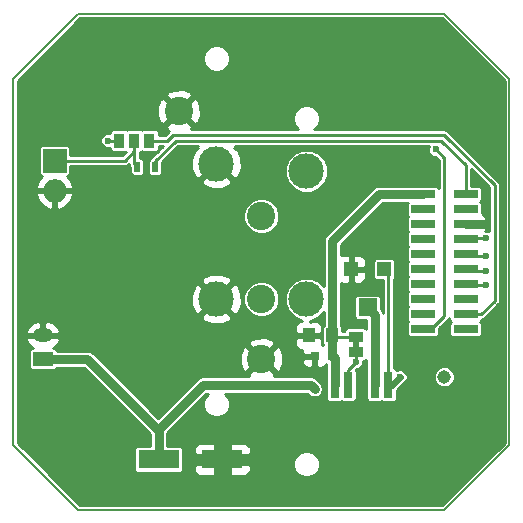
<source format=gbl>
G04 This is an RS-274x file exported by *
G04 gerbv version 2.6.2 *
G04 More information is available about gerbv at *
G04 http://gerbv.geda-project.org/ *
G04 --End of header info--*
%MOIN*%
%FSLAX34Y34*%
%IPPOS*%
G04 --Define apertures--*
%ADD10C,0.0039*%
%ADD11C,0.0059*%
%ADD12C,0.0197*%
%ADD13R,0.0394X0.0492*%
%ADD14C,0.0450*%
%ADD15R,0.0315X0.0295*%
%ADD16C,0.2520*%
%ADD17C,0.0236*%
%ADD18R,0.0197X0.0354*%
%ADD19R,0.0472X0.0472*%
%ADD20R,0.0630X0.0591*%
%ADD21R,0.1378X0.0630*%
%ADD22O,0.0787X0.0787*%
%ADD23R,0.0787X0.0787*%
%ADD24R,0.0669X0.0472*%
%ADD25O,0.0669X0.0472*%
%ADD26R,0.0380X0.0500*%
%ADD27R,0.0500X0.0380*%
%ADD28R,0.0827X0.0295*%
%ADD29C,0.1181*%
%ADD30C,0.0945*%
%ADD31R,0.0315X0.0866*%
%ADD32R,0.2283X0.2520*%
%ADD33R,0.1083X0.1201*%
%ADD34C,0.0098*%
%ADD35C,0.0315*%
%ADD36C,0.0157*%
%ADD37C,0.0236*%
G04 --Start main section--*
G54D11*
G01X0016535Y0014370D02*
G01X0016535Y0002165D01*
G01X0014370Y0016535D02*
G01X0016535Y0014370D01*
G01X0002165Y0016535D02*
G01X0014370Y0016535D01*
G01X0000000Y0014370D02*
G01X0002165Y0016535D01*
G01X0000000Y0002165D02*
G01X0000000Y0014370D01*
G01X0002165Y0000000D02*
G01X0000000Y0002165D01*
G01X0014370Y0000000D02*
G01X0002165Y0000000D01*
G01X0016535Y0002165D02*
G01X0014370Y0000000D01*
G54D12*
G01X0011417Y0005669D02*
G01X0011417Y0005354D01*
G54D13*
G01X0010630Y0005807D03*
G01X0009843Y0005807D03*
G54D14*
G01X0014370Y0004429D03*
G54D15*
G01X0010039Y0005118D03*
G01X0010630Y0005118D03*
G54D16*
G01X0014370Y0014370D03*
G54D17*
G01X0015315Y0014370D03*
G01X0015038Y0013702D03*
G01X0014370Y0013425D03*
G01X0013702Y0013702D03*
G01X0013425Y0014370D03*
G01X0013702Y0015038D03*
G01X0014370Y0015315D03*
G01X0015038Y0015038D03*
G54D18*
G01X0004724Y0011417D03*
G01X0004134Y0011417D03*
G54D19*
G01X0011260Y0008020D03*
G01X0012362Y0008020D03*
G54D20*
G01X0011811Y0006744D03*
G54D21*
G01X0004843Y0001673D03*
G01X0006969Y0001673D03*
G54D22*
G01X0001378Y0010630D03*
G54D23*
G01X0001378Y0011630D03*
G54D24*
G01X0000984Y0005020D03*
G54D25*
G01X0000984Y0005807D03*
G54D16*
G01X0002165Y0014370D03*
G54D17*
G01X0003110Y0014370D03*
G01X0002833Y0013702D03*
G01X0002165Y0013425D03*
G01X0001497Y0013702D03*
G01X0001220Y0014370D03*
G01X0001497Y0015038D03*
G01X0002165Y0015315D03*
G01X0002833Y0015038D03*
G54D16*
G01X0002165Y0002165D03*
G54D17*
G01X0003110Y0002165D03*
G01X0002833Y0001497D03*
G01X0002165Y0001220D03*
G01X0001497Y0001497D03*
G01X0001220Y0002165D03*
G01X0001497Y0002833D03*
G01X0002165Y0003110D03*
G01X0002833Y0002833D03*
G54D16*
G01X0014370Y0002165D03*
G54D17*
G01X0015315Y0002165D03*
G01X0015038Y0001497D03*
G01X0014370Y0001220D03*
G01X0013702Y0001497D03*
G01X0013425Y0002165D03*
G01X0013702Y0002833D03*
G01X0014370Y0003110D03*
G01X0015038Y0002833D03*
G54D26*
G01X0003535Y0012303D03*
G01X0004035Y0012303D03*
G01X0004535Y0012303D03*
G54D27*
G01X0011417Y0005762D03*
G01X0011417Y0005262D03*
G54D28*
G01X0013661Y0010518D03*
G01X0015079Y0010518D03*
G01X0013661Y0010018D03*
G01X0015079Y0010018D03*
G01X0013661Y0009518D03*
G01X0015079Y0009518D03*
G01X0013661Y0009018D03*
G01X0015079Y0009018D03*
G01X0013661Y0008518D03*
G01X0015079Y0008518D03*
G01X0013661Y0008018D03*
G01X0015079Y0008018D03*
G01X0013661Y0007518D03*
G01X0015079Y0007518D03*
G01X0013661Y0007018D03*
G01X0015079Y0007018D03*
G01X0013661Y0006518D03*
G01X0015079Y0006518D03*
G01X0013661Y0006018D03*
G01X0015079Y0006018D03*
G54D29*
G01X0006768Y0007020D03*
G01X0009768Y0007020D03*
G54D30*
G01X0008268Y0007020D03*
G01X0008268Y0005020D03*
G54D29*
G01X0006768Y0011535D03*
G01X0009768Y0011285D03*
G54D30*
G01X0008268Y0009785D03*
G01X0005518Y0013285D03*
G54D31*
G01X0010707Y0004154D03*
G01X0011156Y0004154D03*
G01X0012053Y0004154D03*
G01X0012502Y0004154D03*
G54D32*
G01X0011604Y0001673D03*
G54D33*
G01X0012205Y0001014D03*
G01X0011004Y0002333D03*
G01X0011004Y0001014D03*
G01X0012205Y0002333D03*
G54D17*
G01X0009941Y0008563D03*
G01X0009350Y0005315D03*
G01X0012795Y0005512D03*
G01X0013484Y0005315D03*
G01X0012598Y0009941D03*
G01X0015748Y0009547D03*
G01X0012894Y0001673D03*
G01X0011614Y0003051D03*
G01X0010236Y0000295D03*
G01X0012894Y0000295D03*
G01X0012894Y0003051D03*
G01X0010236Y0003051D03*
G01X0011004Y0001014D03*
G01X0011604Y0001673D03*
G01X0012205Y0001014D03*
G01X0012205Y0002333D03*
G01X0011004Y0002333D03*
G01X0011319Y0008563D03*
G01X0015748Y0007480D03*
G01X0015748Y0007972D03*
G01X0015748Y0009055D03*
G01X0015748Y0008465D03*
G01X0003150Y0012303D03*
G01X0014075Y0012008D03*
G01X0010039Y0004035D03*
G01X0012894Y0004429D03*
G01X0011417Y0004921D03*
G54D34*
G01X0009252Y0005807D02*
G01X0009252Y0005413D01*
G01X0009252Y0005413D02*
G01X0009350Y0005315D01*
G01X0009843Y0005807D02*
G01X0009252Y0005807D01*
G54D35*
G01X0012894Y0003051D02*
G01X0013484Y0003642D01*
G01X0013484Y0003642D02*
G01X0013484Y0005315D01*
G01X0015079Y0009518D02*
G01X0015719Y0009518D01*
G01X0015719Y0009518D02*
G01X0015748Y0009547D01*
G54D36*
G01X0012894Y0003051D02*
G01X0012894Y0001673D01*
G01X0012894Y0001673D02*
G01X0012894Y0000295D01*
G01X0010236Y0003051D02*
G01X0011614Y0003051D01*
G01X0011004Y0002333D02*
G01X0010955Y0002333D01*
G01X0010955Y0002333D02*
G01X0010236Y0003051D01*
G01X0011604Y0001673D02*
G01X0011604Y0001614D01*
G01X0011604Y0001614D02*
G01X0011004Y0001014D01*
G01X0012205Y0002333D02*
G01X0012205Y0001014D01*
G01X0011004Y0002333D02*
G01X0012205Y0002333D01*
G01X0011260Y0008020D02*
G01X0011260Y0008504D01*
G01X0011260Y0008504D02*
G01X0011319Y0008563D01*
G54D34*
G01X0015748Y0007480D02*
G01X0015116Y0007480D01*
G01X0015116Y0007480D02*
G01X0015079Y0007518D01*
G01X0015079Y0007518D02*
G01X0015344Y0007518D01*
G01X0015748Y0007972D02*
G01X0015124Y0007972D01*
G01X0015124Y0007972D02*
G01X0015079Y0008018D01*
G01X0015079Y0008018D02*
G01X0015344Y0008018D01*
G54D35*
G01X0013661Y0010518D02*
G01X0012191Y0010518D01*
G01X0012191Y0010518D02*
G01X0010630Y0008957D01*
G01X0010630Y0008957D02*
G01X0010630Y0006368D01*
G01X0010630Y0006368D02*
G01X0010630Y0005807D01*
G01X0010630Y0005118D02*
G01X0010630Y0005807D01*
G01X0010707Y0004154D02*
G01X0010707Y0005041D01*
G01X0010707Y0005041D02*
G01X0010630Y0005118D01*
G54D34*
G01X0011417Y0005762D02*
G01X0010675Y0005762D01*
G01X0010675Y0005762D02*
G01X0010630Y0005807D01*
G01X0004724Y0011417D02*
G01X0004724Y0011614D01*
G01X0004724Y0011614D02*
G01X0005413Y0012303D01*
G01X0005413Y0012303D02*
G01X0014272Y0012303D01*
G01X0014272Y0012303D02*
G01X0015079Y0011496D01*
G01X0015079Y0011496D02*
G01X0015079Y0010518D01*
G01X0015748Y0009055D02*
G01X0015116Y0009055D01*
G01X0015079Y0009018D02*
G01X0015116Y0009055D01*
G01X0015116Y0009055D02*
G01X0015407Y0009055D01*
G01X0009744Y0011309D02*
G01X0009768Y0011285D01*
G01X0009744Y0011319D02*
G01X0009744Y0011309D01*
G01X0015748Y0008465D02*
G01X0015132Y0008465D01*
G01X0015132Y0008465D02*
G01X0015079Y0008518D01*
G01X0015079Y0008518D02*
G01X0015344Y0008518D01*
G01X0015079Y0006518D02*
G01X0015591Y0006518D01*
G01X0016043Y0010827D02*
G01X0014370Y0012500D01*
G01X0015591Y0006518D02*
G01X0016043Y0006970D01*
G01X0016043Y0006970D02*
G01X0016043Y0010827D01*
G01X0014370Y0012500D02*
G01X0005315Y0012500D01*
G01X0005315Y0012500D02*
G01X0005118Y0012303D01*
G01X0005118Y0012303D02*
G01X0004535Y0012303D01*
G01X0003150Y0012303D02*
G01X0003535Y0012303D01*
G01X0014370Y0006461D02*
G01X0014370Y0011713D01*
G01X0014370Y0011713D02*
G01X0014075Y0012008D01*
G01X0013661Y0006018D02*
G01X0013927Y0006018D01*
G01X0013927Y0006018D02*
G01X0014370Y0006461D01*
G01X0015079Y0006018D02*
G01X0015344Y0006018D01*
G01X0012502Y0004154D02*
G01X0012502Y0007880D01*
G01X0012502Y0007880D02*
G01X0012362Y0008020D01*
G54D35*
G01X0004843Y0001673D02*
G01X0004843Y0002638D01*
G01X0004843Y0002638D02*
G01X0002461Y0005020D01*
G01X0002461Y0005020D02*
G01X0001634Y0005020D01*
G01X0001634Y0005020D02*
G01X0000984Y0005020D01*
G01X0006319Y0004154D02*
G01X0004843Y0002677D01*
G01X0004843Y0002677D02*
G01X0004843Y0001673D01*
G01X0010039Y0004035D02*
G01X0009921Y0004154D01*
G01X0009921Y0004154D02*
G01X0006319Y0004154D01*
G54D37*
G01X0012502Y0004154D02*
G01X0012618Y0004154D01*
G01X0012618Y0004154D02*
G01X0012894Y0004429D01*
G54D34*
G01X0004035Y0012303D02*
G01X0004035Y0011516D01*
G01X0004035Y0011516D02*
G01X0004134Y0011417D01*
G01X0001378Y0011630D02*
G01X0003711Y0011630D01*
G01X0003711Y0011630D02*
G01X0004035Y0011955D01*
G01X0004035Y0011955D02*
G01X0004035Y0012303D01*
G01X0011156Y0004154D02*
G01X0011156Y0004659D01*
G01X0011156Y0004659D02*
G01X0011417Y0004921D01*
G01X0011417Y0005262D02*
G01X0011417Y0004921D01*
G54D35*
G01X0012053Y0004154D02*
G01X0012053Y0006502D01*
G01X0012053Y0006502D02*
G01X0011811Y0006744D01*
G54D34*
G36*
G01X0016378Y0014305D02*
G01X0016378Y0002231D01*
G01X0014305Y0000157D01*
G01X0002231Y0000157D01*
G01X0001216Y0001172D01*
G01X0001919Y0001172D01*
G01X0001957Y0001081D01*
G01X0002026Y0001012D01*
G01X0002116Y0000974D01*
G01X0002214Y0000974D01*
G01X0002305Y0001012D01*
G01X0002374Y0001081D01*
G01X0002411Y0001171D01*
G01X0002411Y0001269D01*
G01X0002374Y0001360D01*
G01X0002305Y0001429D01*
G01X0002258Y0001448D01*
G01X0002587Y0001448D01*
G01X0002625Y0001358D01*
G01X0002694Y0001289D01*
G01X0002784Y0001251D01*
G01X0002882Y0001251D01*
G01X0002973Y0001288D01*
G01X0003042Y0001358D01*
G01X0003080Y0001448D01*
G01X0003080Y0001546D01*
G01X0003042Y0001636D01*
G01X0002973Y0001706D01*
G01X0002883Y0001743D01*
G01X0002785Y0001743D01*
G01X0002694Y0001706D01*
G01X0002625Y0001637D01*
G01X0002587Y0001546D01*
G01X0002587Y0001448D01*
G01X0002258Y0001448D01*
G01X0002215Y0001466D01*
G01X0002117Y0001467D01*
G01X0002026Y0001429D01*
G01X0001957Y0001360D01*
G01X0001919Y0001270D01*
G01X0001919Y0001172D01*
G01X0001216Y0001172D01*
G01X0000940Y0001448D01*
G01X0001251Y0001448D01*
G01X0001288Y0001358D01*
G01X0001358Y0001289D01*
G01X0001448Y0001251D01*
G01X0001546Y0001251D01*
G01X0001636Y0001288D01*
G01X0001706Y0001358D01*
G01X0001743Y0001448D01*
G01X0001743Y0001546D01*
G01X0001706Y0001636D01*
G01X0001637Y0001706D01*
G01X0001546Y0001743D01*
G01X0001448Y0001743D01*
G01X0001358Y0001706D01*
G01X0001289Y0001637D01*
G01X0001251Y0001546D01*
G01X0001251Y0001448D01*
G01X0000940Y0001448D01*
G01X0000271Y0002117D01*
G01X0000974Y0002117D01*
G01X0001012Y0002026D01*
G01X0001081Y0001957D01*
G01X0001171Y0001919D01*
G01X0001269Y0001919D01*
G01X0001360Y0001957D01*
G01X0001429Y0002026D01*
G01X0001466Y0002116D01*
G01X0001466Y0002117D01*
G01X0002864Y0002117D01*
G01X0002902Y0002026D01*
G01X0002971Y0001957D01*
G01X0003061Y0001919D01*
G01X0003159Y0001919D01*
G01X0003249Y0001957D01*
G01X0003319Y0002026D01*
G01X0003356Y0002116D01*
G01X0003356Y0002214D01*
G01X0003319Y0002305D01*
G01X0003250Y0002374D01*
G01X0003159Y0002411D01*
G01X0003062Y0002411D01*
G01X0002971Y0002374D01*
G01X0002902Y0002305D01*
G01X0002864Y0002215D01*
G01X0002864Y0002117D01*
G01X0001466Y0002117D01*
G01X0001467Y0002214D01*
G01X0001429Y0002305D01*
G01X0001360Y0002374D01*
G01X0001270Y0002411D01*
G01X0001172Y0002411D01*
G01X0001081Y0002374D01*
G01X0001012Y0002305D01*
G01X0000974Y0002215D01*
G01X0000974Y0002117D01*
G01X0000271Y0002117D01*
G01X0000157Y0002231D01*
G01X0000157Y0002785D01*
G01X0001251Y0002785D01*
G01X0001288Y0002694D01*
G01X0001358Y0002625D01*
G01X0001448Y0002587D01*
G01X0001546Y0002587D01*
G01X0001636Y0002625D01*
G01X0001706Y0002694D01*
G01X0001743Y0002784D01*
G01X0001743Y0002785D01*
G01X0002587Y0002785D01*
G01X0002625Y0002694D01*
G01X0002694Y0002625D01*
G01X0002784Y0002587D01*
G01X0002882Y0002587D01*
G01X0002973Y0002625D01*
G01X0003042Y0002694D01*
G01X0003080Y0002784D01*
G01X0003080Y0002882D01*
G01X0003042Y0002973D01*
G01X0002973Y0003042D01*
G01X0002883Y0003080D01*
G01X0002785Y0003080D01*
G01X0002694Y0003042D01*
G01X0002625Y0002973D01*
G01X0002587Y0002883D01*
G01X0002587Y0002785D01*
G01X0001743Y0002785D01*
G01X0001743Y0002882D01*
G01X0001706Y0002973D01*
G01X0001637Y0003042D01*
G01X0001590Y0003062D01*
G01X0001919Y0003062D01*
G01X0001957Y0002971D01*
G01X0002026Y0002902D01*
G01X0002116Y0002864D01*
G01X0002214Y0002864D01*
G01X0002305Y0002902D01*
G01X0002374Y0002971D01*
G01X0002411Y0003061D01*
G01X0002411Y0003159D01*
G01X0002374Y0003249D01*
G01X0002305Y0003319D01*
G01X0002215Y0003356D01*
G01X0002117Y0003356D01*
G01X0002026Y0003319D01*
G01X0001957Y0003250D01*
G01X0001919Y0003159D01*
G01X0001919Y0003062D01*
G01X0001590Y0003062D01*
G01X0001546Y0003080D01*
G01X0001448Y0003080D01*
G01X0001358Y0003042D01*
G01X0001289Y0002973D01*
G01X0001251Y0002883D01*
G01X0001251Y0002785D01*
G01X0000157Y0002785D01*
G01X0000157Y0005681D01*
G01X0000417Y0005681D01*
G01X0000423Y0005647D01*
G01X0000519Y0005482D01*
G01X0000646Y0005386D01*
G01X0000602Y0005377D01*
G01X0000559Y0005349D01*
G01X0000529Y0005307D01*
G01X0000519Y0005256D01*
G01X0000519Y0004783D01*
G01X0000528Y0004736D01*
G01X0000556Y0004692D01*
G01X0000599Y0004663D01*
G01X0000650Y0004653D01*
G01X0001319Y0004653D01*
G01X0001366Y0004662D01*
G01X0001410Y0004690D01*
G01X0001439Y0004733D01*
G01X0001439Y0004734D01*
G01X0002342Y0004734D01*
G01X0004557Y0002520D01*
G01X0004557Y0002119D01*
G01X0004154Y0002119D01*
G01X0004106Y0002110D01*
G01X0004063Y0002082D01*
G01X0004033Y0002039D01*
G01X0004023Y0001988D01*
G01X0004023Y0001358D01*
G01X0004032Y0001311D01*
G01X0004060Y0001267D01*
G01X0004103Y0001238D01*
G01X0004154Y0001228D01*
G01X0005531Y0001228D01*
G01X0005579Y0001237D01*
G01X0005622Y0001265D01*
G01X0005652Y0001308D01*
G01X0005662Y0001358D01*
G01X0005662Y0001453D01*
G01X0006030Y0001453D01*
G01X0006030Y0001309D01*
G01X0006068Y0001217D01*
G01X0006138Y0001147D01*
G01X0006230Y0001109D01*
G01X0006660Y0001109D01*
G01X0006722Y0001171D01*
G01X0006722Y0001516D01*
G01X0007215Y0001516D01*
G01X0007215Y0001171D01*
G01X0007277Y0001109D01*
G01X0007707Y0001109D01*
G01X0007799Y0001147D01*
G01X0007869Y0001217D01*
G01X0007907Y0001309D01*
G01X0007907Y0001432D01*
G01X0009325Y0001432D01*
G01X0009392Y0001269D01*
G01X0009516Y0001144D01*
G01X0009679Y0001077D01*
G01X0009855Y0001077D01*
G01X0010018Y0001144D01*
G01X0010046Y0001172D01*
G01X0014124Y0001172D01*
G01X0014161Y0001081D01*
G01X0014231Y0001012D01*
G01X0014321Y0000974D01*
G01X0014419Y0000974D01*
G01X0014509Y0001012D01*
G01X0014579Y0001081D01*
G01X0014616Y0001171D01*
G01X0014616Y0001269D01*
G01X0014579Y0001360D01*
G01X0014510Y0001429D01*
G01X0014463Y0001448D01*
G01X0014792Y0001448D01*
G01X0014829Y0001358D01*
G01X0014899Y0001289D01*
G01X0014989Y0001251D01*
G01X0015087Y0001251D01*
G01X0015177Y0001288D01*
G01X0015247Y0001358D01*
G01X0015284Y0001448D01*
G01X0015284Y0001546D01*
G01X0015247Y0001636D01*
G01X0015178Y0001706D01*
G01X0015087Y0001743D01*
G01X0014989Y0001743D01*
G01X0014899Y0001706D01*
G01X0014830Y0001637D01*
G01X0014792Y0001546D01*
G01X0014792Y0001448D01*
G01X0014463Y0001448D01*
G01X0014419Y0001466D01*
G01X0014321Y0001467D01*
G01X0014231Y0001429D01*
G01X0014162Y0001360D01*
G01X0014124Y0001270D01*
G01X0014124Y0001172D01*
G01X0010046Y0001172D01*
G01X0010143Y0001268D01*
G01X0010211Y0001431D01*
G01X0010211Y0001448D01*
G01X0013456Y0001448D01*
G01X0013493Y0001358D01*
G01X0013562Y0001289D01*
G01X0013653Y0001251D01*
G01X0013751Y0001251D01*
G01X0013841Y0001288D01*
G01X0013910Y0001358D01*
G01X0013948Y0001448D01*
G01X0013948Y0001546D01*
G01X0013911Y0001636D01*
G01X0013842Y0001706D01*
G01X0013751Y0001743D01*
G01X0013653Y0001743D01*
G01X0013563Y0001706D01*
G01X0013493Y0001637D01*
G01X0013456Y0001546D01*
G01X0013456Y0001448D01*
G01X0010211Y0001448D01*
G01X0010211Y0001607D01*
G01X0010143Y0001770D01*
G01X0010019Y0001895D01*
G01X0009856Y0001963D01*
G01X0009680Y0001963D01*
G01X0009517Y0001895D01*
G01X0009392Y0001771D01*
G01X0009325Y0001608D01*
G01X0009325Y0001432D01*
G01X0007907Y0001432D01*
G01X0007907Y0001453D01*
G01X0007844Y0001516D01*
G01X0007215Y0001516D01*
G01X0006722Y0001516D01*
G01X0006093Y0001516D01*
G01X0006030Y0001453D01*
G01X0005662Y0001453D01*
G01X0005662Y0001988D01*
G01X0005653Y0002036D01*
G01X0005652Y0002038D01*
G01X0006030Y0002038D01*
G01X0006030Y0001893D01*
G01X0006093Y0001831D01*
G01X0006722Y0001831D01*
G01X0006722Y0002175D01*
G01X0007215Y0002175D01*
G01X0007215Y0001831D01*
G01X0007844Y0001831D01*
G01X0007907Y0001893D01*
G01X0007907Y0002038D01*
G01X0007874Y0002117D01*
G01X0013179Y0002117D01*
G01X0013216Y0002026D01*
G01X0013286Y0001957D01*
G01X0013376Y0001919D01*
G01X0013474Y0001919D01*
G01X0013564Y0001957D01*
G01X0013634Y0002026D01*
G01X0013671Y0002116D01*
G01X0013671Y0002117D01*
G01X0015069Y0002117D01*
G01X0015106Y0002026D01*
G01X0015175Y0001957D01*
G01X0015266Y0001919D01*
G01X0015364Y0001919D01*
G01X0015454Y0001957D01*
G01X0015523Y0002026D01*
G01X0015561Y0002116D01*
G01X0015561Y0002214D01*
G01X0015524Y0002305D01*
G01X0015455Y0002374D01*
G01X0015364Y0002411D01*
G01X0015266Y0002411D01*
G01X0015176Y0002374D01*
G01X0015106Y0002305D01*
G01X0015069Y0002215D01*
G01X0015069Y0002117D01*
G01X0013671Y0002117D01*
G01X0013671Y0002214D01*
G01X0013634Y0002305D01*
G01X0013565Y0002374D01*
G01X0013474Y0002411D01*
G01X0013376Y0002411D01*
G01X0013286Y0002374D01*
G01X0013217Y0002305D01*
G01X0013179Y0002215D01*
G01X0013179Y0002117D01*
G01X0007874Y0002117D01*
G01X0007869Y0002129D01*
G01X0007799Y0002199D01*
G01X0007707Y0002237D01*
G01X0007277Y0002237D01*
G01X0007215Y0002175D01*
G01X0006722Y0002175D01*
G01X0006660Y0002237D01*
G01X0006230Y0002237D01*
G01X0006138Y0002199D01*
G01X0006068Y0002129D01*
G01X0006030Y0002038D01*
G01X0005652Y0002038D01*
G01X0005625Y0002079D01*
G01X0005582Y0002108D01*
G01X0005531Y0002119D01*
G01X0005128Y0002119D01*
G01X0005128Y0002559D01*
G01X0005354Y0002785D01*
G01X0013456Y0002785D01*
G01X0013493Y0002694D01*
G01X0013562Y0002625D01*
G01X0013653Y0002587D01*
G01X0013751Y0002587D01*
G01X0013841Y0002625D01*
G01X0013910Y0002694D01*
G01X0013948Y0002784D01*
G01X0013948Y0002785D01*
G01X0014792Y0002785D01*
G01X0014829Y0002694D01*
G01X0014899Y0002625D01*
G01X0014989Y0002587D01*
G01X0015087Y0002587D01*
G01X0015177Y0002625D01*
G01X0015247Y0002694D01*
G01X0015284Y0002784D01*
G01X0015284Y0002882D01*
G01X0015247Y0002973D01*
G01X0015178Y0003042D01*
G01X0015087Y0003080D01*
G01X0014989Y0003080D01*
G01X0014899Y0003042D01*
G01X0014830Y0002973D01*
G01X0014792Y0002883D01*
G01X0014792Y0002785D01*
G01X0013948Y0002785D01*
G01X0013948Y0002882D01*
G01X0013911Y0002973D01*
G01X0013842Y0003042D01*
G01X0013794Y0003062D01*
G01X0014124Y0003062D01*
G01X0014161Y0002971D01*
G01X0014231Y0002902D01*
G01X0014321Y0002864D01*
G01X0014419Y0002864D01*
G01X0014509Y0002902D01*
G01X0014579Y0002971D01*
G01X0014616Y0003061D01*
G01X0014616Y0003159D01*
G01X0014579Y0003249D01*
G01X0014510Y0003319D01*
G01X0014419Y0003356D01*
G01X0014321Y0003356D01*
G01X0014231Y0003319D01*
G01X0014162Y0003250D01*
G01X0014124Y0003159D01*
G01X0014124Y0003062D01*
G01X0013794Y0003062D01*
G01X0013751Y0003080D01*
G01X0013653Y0003080D01*
G01X0013563Y0003042D01*
G01X0013493Y0002973D01*
G01X0013456Y0002883D01*
G01X0013456Y0002785D01*
G01X0005354Y0002785D01*
G01X0006437Y0003868D01*
G01X0006490Y0003868D01*
G01X0006392Y0003771D01*
G01X0006325Y0003608D01*
G01X0006325Y0003432D01*
G01X0006392Y0003269D01*
G01X0006516Y0003144D01*
G01X0006679Y0003077D01*
G01X0006855Y0003077D01*
G01X0007018Y0003144D01*
G01X0007143Y0003268D01*
G01X0007211Y0003431D01*
G01X0007211Y0003607D01*
G01X0007143Y0003770D01*
G01X0007046Y0003868D01*
G01X0009803Y0003868D01*
G01X0009838Y0003834D01*
G01X0009930Y0003772D01*
G01X0010039Y0003750D01*
G01X0010149Y0003772D01*
G01X0010241Y0003834D01*
G01X0010303Y0003926D01*
G01X0010325Y0004035D01*
G01X0010303Y0004145D01*
G01X0010241Y0004237D01*
G01X0010123Y0004355D01*
G01X0010030Y0004417D01*
G01X0010012Y0004421D01*
G01X0009921Y0004439D01*
G01X0008677Y0004439D01*
G01X0008707Y0004509D01*
G01X0008268Y0004948D01*
G01X0007829Y0004509D01*
G01X0007859Y0004439D01*
G01X0006319Y0004439D01*
G01X0006210Y0004417D01*
G01X0006210Y0004417D01*
G01X0006210Y0004417D01*
G01X0006117Y0004355D01*
G01X0004823Y0003061D01*
G01X0002742Y0005142D01*
G01X0007542Y0005142D01*
G01X0007551Y0004855D01*
G01X0007644Y0004629D01*
G01X0007757Y0004581D01*
G01X0008196Y0005020D01*
G01X0008340Y0005020D01*
G01X0008779Y0004581D01*
G01X0008891Y0004629D01*
G01X0008993Y0004898D01*
G01X0008990Y0005005D01*
G01X0009633Y0005005D01*
G01X0009633Y0004921D01*
G01X0009671Y0004829D01*
G01X0009741Y0004759D01*
G01X0009832Y0004721D01*
G01X0009926Y0004721D01*
G01X0009989Y0004784D01*
G01X0009989Y0005067D01*
G01X0009695Y0005067D01*
G01X0009633Y0005005D01*
G01X0008990Y0005005D01*
G01X0008985Y0005185D01*
G01X0008891Y0005410D01*
G01X0008779Y0005459D01*
G01X0008340Y0005020D01*
G01X0008196Y0005020D01*
G01X0007757Y0005459D01*
G01X0007644Y0005410D01*
G01X0007542Y0005142D01*
G01X0002742Y0005142D01*
G01X0002662Y0005222D01*
G01X0002570Y0005283D01*
G01X0002552Y0005287D01*
G01X0002461Y0005305D01*
G01X0001439Y0005305D01*
G01X0001412Y0005347D01*
G01X0001370Y0005376D01*
G01X0001323Y0005386D01*
G01X0001449Y0005482D01*
G01X0001478Y0005530D01*
G01X0007829Y0005530D01*
G01X0008268Y0005092D01*
G01X0008707Y0005530D01*
G01X0008658Y0005643D01*
G01X0008390Y0005745D01*
G01X0008103Y0005737D01*
G01X0007877Y0005643D01*
G01X0007829Y0005530D01*
G01X0001478Y0005530D01*
G01X0001546Y0005647D01*
G01X0001552Y0005681D01*
G01X0001503Y0005756D01*
G01X0001035Y0005756D01*
G01X0001035Y0005748D01*
G01X0000933Y0005748D01*
G01X0000933Y0005756D01*
G01X0000466Y0005756D01*
G01X0000417Y0005681D01*
G01X0000157Y0005681D01*
G01X0000157Y0005933D01*
G01X0000417Y0005933D01*
G01X0000466Y0005858D01*
G01X0000933Y0005858D01*
G01X0000933Y0006233D01*
G01X0001035Y0006233D01*
G01X0001035Y0005858D01*
G01X0001503Y0005858D01*
G01X0001552Y0005933D01*
G01X0001546Y0005967D01*
G01X0001449Y0006132D01*
G01X0001297Y0006248D01*
G01X0001112Y0006296D01*
G01X0001035Y0006233D01*
G01X0000933Y0006233D01*
G01X0000857Y0006296D01*
G01X0000672Y0006248D01*
G01X0000519Y0006132D01*
G01X0000423Y0005967D01*
G01X0000417Y0005933D01*
G01X0000157Y0005933D01*
G01X0000157Y0006424D01*
G01X0006243Y0006424D01*
G01X0006306Y0006298D01*
G01X0006618Y0006177D01*
G01X0006952Y0006183D01*
G01X0007229Y0006298D01*
G01X0007292Y0006424D01*
G01X0006768Y0006948D01*
G01X0006243Y0006424D01*
G01X0000157Y0006424D01*
G01X0000157Y0007170D01*
G01X0005925Y0007170D01*
G01X0005931Y0006836D01*
G01X0006046Y0006558D01*
G01X0006172Y0006495D01*
G01X0006696Y0007020D01*
G01X0006840Y0007020D01*
G01X0007364Y0006495D01*
G01X0007489Y0006558D01*
G01X0007611Y0006870D01*
G01X0007610Y0006901D01*
G01X0007667Y0006901D01*
G01X0007758Y0006680D01*
G01X0007927Y0006511D01*
G01X0008148Y0006419D01*
G01X0008387Y0006419D01*
G01X0008607Y0006510D01*
G01X0008776Y0006679D01*
G01X0008868Y0006900D01*
G01X0008868Y0007139D01*
G01X0008777Y0007359D01*
G01X0008608Y0007528D01*
G01X0008388Y0007620D01*
G01X0008149Y0007620D01*
G01X0007928Y0007529D01*
G01X0007759Y0007360D01*
G01X0007667Y0007140D01*
G01X0007667Y0006901D01*
G01X0007610Y0006901D01*
G01X0007604Y0007204D01*
G01X0007489Y0007481D01*
G01X0007364Y0007544D01*
G01X0006840Y0007020D01*
G01X0006696Y0007020D01*
G01X0006172Y0007544D01*
G01X0006046Y0007481D01*
G01X0005925Y0007170D01*
G01X0000157Y0007170D01*
G01X0000157Y0007616D01*
G01X0006243Y0007616D01*
G01X0006768Y0007092D01*
G01X0007292Y0007616D01*
G01X0007229Y0007741D01*
G01X0006918Y0007863D01*
G01X0006584Y0007856D01*
G01X0006306Y0007741D01*
G01X0006243Y0007616D01*
G01X0000157Y0007616D01*
G01X0000157Y0009667D01*
G01X0007667Y0009667D01*
G01X0007758Y0009446D01*
G01X0007927Y0009277D01*
G01X0008148Y0009185D01*
G01X0008387Y0009185D01*
G01X0008607Y0009276D01*
G01X0008776Y0009445D01*
G01X0008868Y0009665D01*
G01X0008868Y0009904D01*
G01X0008777Y0010125D01*
G01X0008608Y0010294D01*
G01X0008388Y0010386D01*
G01X0008149Y0010386D01*
G01X0007928Y0010295D01*
G01X0007759Y0010126D01*
G01X0007667Y0009905D01*
G01X0007667Y0009667D01*
G01X0000157Y0009667D01*
G01X0000157Y0010480D01*
G01X0000753Y0010480D01*
G01X0000858Y0010252D01*
G01X0001042Y0010082D01*
G01X0001228Y0010005D01*
G01X0001327Y0010052D01*
G01X0001327Y0010579D01*
G01X0001429Y0010579D01*
G01X0001429Y0010052D01*
G01X0001528Y0010005D01*
G01X0001713Y0010082D01*
G01X0001898Y0010252D01*
G01X0002003Y0010480D01*
G01X0001956Y0010579D01*
G01X0001429Y0010579D01*
G01X0001327Y0010579D01*
G01X0000800Y0010579D01*
G01X0000753Y0010480D01*
G01X0000157Y0010480D01*
G01X0000157Y0010780D01*
G01X0000753Y0010780D01*
G01X0000800Y0010681D01*
G01X0001327Y0010681D01*
G01X0001327Y0010689D01*
G01X0001429Y0010689D01*
G01X0001429Y0010681D01*
G01X0001956Y0010681D01*
G01X0002003Y0010780D01*
G01X0001929Y0010939D01*
G01X0006243Y0010939D01*
G01X0006306Y0010814D01*
G01X0006618Y0010692D01*
G01X0006952Y0010699D01*
G01X0007229Y0010814D01*
G01X0007292Y0010939D01*
G01X0006768Y0011464D01*
G01X0006243Y0010939D01*
G01X0001929Y0010939D01*
G01X0001898Y0011008D01*
G01X0001788Y0011109D01*
G01X0001819Y0011115D01*
G01X0001862Y0011143D01*
G01X0001892Y0011186D01*
G01X0001902Y0011236D01*
G01X0001902Y0011453D01*
G01X0003711Y0011453D01*
G01X0003778Y0011466D01*
G01X0003836Y0011505D01*
G01X0003858Y0011527D01*
G01X0003858Y0011516D01*
G01X0003872Y0011448D01*
G01X0003897Y0011411D01*
G01X0003905Y0011398D01*
G01X0003905Y0011240D01*
G01X0003914Y0011193D01*
G01X0003942Y0011149D01*
G01X0003985Y0011120D01*
G01X0004035Y0011110D01*
G01X0004232Y0011110D01*
G01X0004280Y0011119D01*
G01X0004323Y0011147D01*
G01X0004352Y0011189D01*
G01X0004363Y0011240D01*
G01X0004363Y0011594D01*
G01X0004354Y0011642D01*
G01X0004326Y0011685D01*
G01X0004283Y0011715D01*
G01X0004232Y0011725D01*
G01X0004213Y0011725D01*
G01X0004213Y0011923D01*
G01X0004225Y0011923D01*
G01X0004273Y0011932D01*
G01X0004285Y0011940D01*
G01X0004295Y0011933D01*
G01X0004345Y0011923D01*
G01X0004725Y0011923D01*
G01X0004773Y0011932D01*
G01X0004816Y0011960D01*
G01X0004846Y0012002D01*
G01X0004856Y0012053D01*
G01X0004856Y0012126D01*
G01X0004986Y0012126D01*
G01X0004599Y0011739D01*
G01X0004584Y0011717D01*
G01X0004579Y0011716D01*
G01X0004535Y0011688D01*
G01X0004506Y0011645D01*
G01X0004496Y0011594D01*
G01X0004496Y0011240D01*
G01X0004504Y0011193D01*
G01X0004532Y0011149D01*
G01X0004575Y0011120D01*
G01X0004626Y0011110D01*
G01X0004823Y0011110D01*
G01X0004870Y0011119D01*
G01X0004914Y0011147D01*
G01X0004943Y0011189D01*
G01X0004953Y0011240D01*
G01X0004953Y0011593D01*
G01X0005487Y0012126D01*
G01X0006149Y0012126D01*
G01X0006127Y0012104D01*
G01X0006172Y0012060D01*
G01X0006046Y0011997D01*
G01X0005925Y0011686D01*
G01X0005931Y0011352D01*
G01X0006046Y0011074D01*
G01X0006172Y0011011D01*
G01X0006696Y0011535D01*
G01X0006690Y0011541D01*
G01X0006762Y0011613D01*
G01X0006768Y0011607D01*
G01X0006773Y0011613D01*
G01X0006845Y0011541D01*
G01X0006840Y0011535D01*
G01X0007364Y0011011D01*
G01X0007489Y0011074D01*
G01X0007516Y0011143D01*
G01X0009049Y0011143D01*
G01X0009158Y0010879D01*
G01X0009360Y0010677D01*
G01X0009624Y0010567D01*
G01X0009910Y0010567D01*
G01X0010174Y0010676D01*
G01X0010376Y0010878D01*
G01X0010486Y0011142D01*
G01X0010486Y0011428D01*
G01X0010377Y0011692D01*
G01X0010175Y0011894D01*
G01X0009911Y0012004D01*
G01X0009625Y0012004D01*
G01X0009361Y0011895D01*
G01X0009159Y0011693D01*
G01X0009049Y0011429D01*
G01X0009049Y0011143D01*
G01X0007516Y0011143D01*
G01X0007611Y0011385D01*
G01X0007604Y0011719D01*
G01X0007489Y0011997D01*
G01X0007364Y0012060D01*
G01X0007408Y0012104D01*
G01X0007387Y0012126D01*
G01X0013857Y0012126D01*
G01X0013829Y0012057D01*
G01X0013829Y0011959D01*
G01X0013866Y0011869D01*
G01X0013935Y0011799D01*
G01X0014026Y0011762D01*
G01X0014070Y0011762D01*
G01X0014193Y0011639D01*
G01X0014193Y0010718D01*
G01X0014168Y0010756D01*
G01X0014126Y0010786D01*
G01X0014075Y0010796D01*
G01X0013698Y0010796D01*
G01X0013661Y0010803D01*
G01X0012191Y0010803D01*
G01X0012082Y0010781D01*
G01X0011989Y0010720D01*
G01X0010428Y0009159D01*
G01X0010366Y0009066D01*
G01X0010366Y0009066D01*
G01X0010344Y0008957D01*
G01X0010344Y0007459D01*
G01X0010175Y0007628D01*
G01X0009911Y0007738D01*
G01X0009625Y0007738D01*
G01X0009361Y0007629D01*
G01X0009159Y0007427D01*
G01X0009049Y0007163D01*
G01X0009049Y0006877D01*
G01X0009158Y0006613D01*
G01X0009360Y0006411D01*
G01X0009622Y0006302D01*
G01X0009596Y0006302D01*
G01X0009505Y0006264D01*
G01X0009434Y0006194D01*
G01X0009396Y0006103D01*
G01X0009396Y0005920D01*
G01X0009459Y0005858D01*
G01X0009792Y0005858D01*
G01X0009792Y0005866D01*
G01X0009893Y0005866D01*
G01X0009893Y0005858D01*
G01X0010226Y0005858D01*
G01X0010289Y0005920D01*
G01X0010289Y0006103D01*
G01X0010251Y0006194D01*
G01X0010181Y0006264D01*
G01X0010089Y0006302D01*
G01X0009956Y0006302D01*
G01X0009893Y0006240D01*
G01X0009893Y0006301D01*
G01X0009910Y0006301D01*
G01X0010174Y0006410D01*
G01X0010344Y0006580D01*
G01X0010344Y0006148D01*
G01X0010342Y0006147D01*
G01X0010313Y0006104D01*
G01X0010303Y0006053D01*
G01X0010303Y0005561D01*
G01X0010312Y0005514D01*
G01X0010334Y0005479D01*
G01X0010284Y0005500D01*
G01X0010289Y0005511D01*
G01X0010289Y0005694D01*
G01X0010226Y0005756D01*
G01X0009893Y0005756D01*
G01X0009893Y0005748D01*
G01X0009792Y0005748D01*
G01X0009792Y0005756D01*
G01X0009459Y0005756D01*
G01X0009396Y0005694D01*
G01X0009396Y0005511D01*
G01X0009434Y0005420D01*
G01X0009505Y0005350D01*
G01X0009596Y0005312D01*
G01X0009633Y0005312D01*
G01X0009633Y0005231D01*
G01X0009695Y0005169D01*
G01X0009989Y0005169D01*
G01X0009989Y0005177D01*
G01X0010090Y0005177D01*
G01X0010090Y0005169D01*
G01X0010098Y0005169D01*
G01X0010098Y0005067D01*
G01X0010090Y0005067D01*
G01X0010090Y0004784D01*
G01X0010152Y0004721D01*
G01X0010246Y0004721D01*
G01X0010338Y0004759D01*
G01X0010408Y0004829D01*
G01X0010418Y0004853D01*
G01X0010421Y0004851D01*
G01X0010421Y0004599D01*
G01X0010419Y0004587D01*
G01X0010419Y0003720D01*
G01X0010428Y0003673D01*
G01X0010456Y0003630D01*
G01X0010498Y0003600D01*
G01X0010549Y0003590D01*
G01X0010864Y0003590D01*
G01X0010912Y0003599D01*
G01X0010931Y0003611D01*
G01X0010947Y0003600D01*
G01X0010998Y0003590D01*
G01X0011313Y0003590D01*
G01X0011360Y0003599D01*
G01X0011404Y0003627D01*
G01X0011433Y0003670D01*
G01X0011443Y0003720D01*
G01X0011443Y0004587D01*
G01X0011435Y0004634D01*
G01X0011413Y0004667D01*
G01X0011422Y0004675D01*
G01X0011466Y0004675D01*
G01X0011557Y0004713D01*
G01X0011626Y0004782D01*
G01X0011663Y0004872D01*
G01X0011663Y0004941D01*
G01X0011667Y0004941D01*
G01X0011715Y0004950D01*
G01X0011758Y0004978D01*
G01X0011768Y0004992D01*
G01X0011768Y0004599D01*
G01X0011765Y0004587D01*
G01X0011765Y0003720D01*
G01X0011774Y0003673D01*
G01X0011802Y0003630D01*
G01X0011845Y0003600D01*
G01X0011896Y0003590D01*
G01X0012211Y0003590D01*
G01X0012258Y0003599D01*
G01X0012277Y0003611D01*
G01X0012294Y0003600D01*
G01X0012344Y0003590D01*
G01X0012659Y0003590D01*
G01X0012707Y0003599D01*
G01X0012750Y0003627D01*
G01X0012780Y0003670D01*
G01X0012790Y0003720D01*
G01X0012790Y0003978D01*
G01X0012792Y0003980D01*
G01X0013068Y0004255D01*
G01X0013102Y0004290D01*
G01X0013131Y0004359D01*
G01X0014017Y0004359D01*
G01X0014071Y0004229D01*
G01X0014170Y0004130D01*
G01X0014300Y0004076D01*
G01X0014440Y0004076D01*
G01X0014570Y0004130D01*
G01X0014669Y0004229D01*
G01X0014723Y0004359D01*
G01X0014723Y0004499D01*
G01X0014669Y0004629D01*
G01X0014570Y0004728D01*
G01X0014441Y0004782D01*
G01X0014300Y0004782D01*
G01X0014170Y0004729D01*
G01X0014071Y0004629D01*
G01X0014017Y0004500D01*
G01X0014017Y0004359D01*
G01X0013131Y0004359D01*
G01X0013140Y0004380D01*
G01X0013140Y0004478D01*
G01X0013102Y0004568D01*
G01X0013033Y0004638D01*
G01X0012943Y0004675D01*
G01X0012894Y0004675D01*
G01X0012845Y0004675D01*
G01X0012773Y0004646D01*
G01X0012753Y0004678D01*
G01X0012710Y0004707D01*
G01X0012679Y0004713D01*
G01X0012679Y0007683D01*
G01X0012689Y0007690D01*
G01X0012719Y0007733D01*
G01X0012729Y0007783D01*
G01X0012729Y0008256D01*
G01X0012720Y0008303D01*
G01X0012692Y0008347D01*
G01X0012649Y0008376D01*
G01X0012598Y0008386D01*
G01X0012126Y0008386D01*
G01X0012079Y0008377D01*
G01X0012035Y0008349D01*
G01X0012006Y0008307D01*
G01X0011996Y0008256D01*
G01X0011996Y0007783D01*
G01X0012004Y0007736D01*
G01X0012032Y0007692D01*
G01X0012075Y0007663D01*
G01X0012126Y0007653D01*
G01X0012325Y0007653D01*
G01X0012325Y0006571D01*
G01X0012317Y0006611D01*
G01X0012289Y0006654D01*
G01X0012256Y0006702D01*
G01X0012256Y0007039D01*
G01X0012248Y0007087D01*
G01X0012219Y0007130D01*
G01X0012177Y0007160D01*
G01X0012126Y0007170D01*
G01X0011496Y0007170D01*
G01X0011449Y0007161D01*
G01X0011405Y0007133D01*
G01X0011376Y0007090D01*
G01X0011366Y0007039D01*
G01X0011366Y0006449D01*
G01X0011375Y0006401D01*
G01X0011403Y0006358D01*
G01X0011445Y0006329D01*
G01X0011496Y0006318D01*
G01X0011768Y0006318D01*
G01X0011768Y0006032D01*
G01X0011761Y0006043D01*
G01X0011718Y0006072D01*
G01X0011667Y0006082D01*
G01X0011167Y0006082D01*
G01X0011120Y0006073D01*
G01X0011076Y0006045D01*
G01X0011047Y0006003D01*
G01X0011037Y0005952D01*
G01X0011037Y0005939D01*
G01X0010957Y0005939D01*
G01X0010957Y0006053D01*
G01X0010948Y0006101D01*
G01X0010920Y0006144D01*
G01X0010915Y0006147D01*
G01X0010915Y0007559D01*
G01X0010974Y0007534D01*
G01X0011147Y0007534D01*
G01X0011209Y0007597D01*
G01X0011209Y0007969D01*
G01X0011311Y0007969D01*
G01X0011311Y0007597D01*
G01X0011373Y0007534D01*
G01X0011546Y0007534D01*
G01X0011637Y0007572D01*
G01X0011707Y0007642D01*
G01X0011745Y0007734D01*
G01X0011745Y0007907D01*
G01X0011683Y0007969D01*
G01X0011311Y0007969D01*
G01X0011209Y0007969D01*
G01X0011201Y0007969D01*
G01X0011201Y0008070D01*
G01X0011209Y0008070D01*
G01X0011209Y0008443D01*
G01X0011311Y0008443D01*
G01X0011311Y0008070D01*
G01X0011683Y0008070D01*
G01X0011745Y0008133D01*
G01X0011745Y0008305D01*
G01X0011707Y0008397D01*
G01X0011637Y0008467D01*
G01X0011546Y0008505D01*
G01X0011373Y0008505D01*
G01X0011311Y0008443D01*
G01X0011209Y0008443D01*
G01X0011147Y0008505D01*
G01X0010974Y0008505D01*
G01X0010915Y0008481D01*
G01X0010915Y0008838D01*
G01X0012309Y0010232D01*
G01X0013139Y0010232D01*
G01X0013128Y0010216D01*
G01X0013118Y0010165D01*
G01X0013118Y0009870D01*
G01X0013126Y0009823D01*
G01X0013155Y0009779D01*
G01X0013171Y0009768D01*
G01X0013157Y0009759D01*
G01X0013128Y0009716D01*
G01X0013118Y0009665D01*
G01X0013118Y0009370D01*
G01X0013126Y0009323D01*
G01X0013155Y0009279D01*
G01X0013171Y0009268D01*
G01X0013157Y0009259D01*
G01X0013128Y0009216D01*
G01X0013118Y0009165D01*
G01X0013118Y0008870D01*
G01X0013126Y0008823D01*
G01X0013155Y0008779D01*
G01X0013171Y0008768D01*
G01X0013157Y0008759D01*
G01X0013128Y0008716D01*
G01X0013118Y0008665D01*
G01X0013118Y0008370D01*
G01X0013126Y0008323D01*
G01X0013155Y0008279D01*
G01X0013171Y0008268D01*
G01X0013157Y0008259D01*
G01X0013128Y0008216D01*
G01X0013118Y0008165D01*
G01X0013118Y0007870D01*
G01X0013126Y0007823D01*
G01X0013155Y0007779D01*
G01X0013171Y0007768D01*
G01X0013157Y0007759D01*
G01X0013128Y0007716D01*
G01X0013118Y0007665D01*
G01X0013118Y0007370D01*
G01X0013126Y0007323D01*
G01X0013155Y0007279D01*
G01X0013171Y0007268D01*
G01X0013157Y0007259D01*
G01X0013128Y0007216D01*
G01X0013118Y0007165D01*
G01X0013118Y0006870D01*
G01X0013126Y0006823D01*
G01X0013155Y0006779D01*
G01X0013171Y0006768D01*
G01X0013157Y0006759D01*
G01X0013128Y0006716D01*
G01X0013118Y0006665D01*
G01X0013118Y0006370D01*
G01X0013126Y0006323D01*
G01X0013155Y0006279D01*
G01X0013171Y0006268D01*
G01X0013157Y0006259D01*
G01X0013128Y0006216D01*
G01X0013118Y0006165D01*
G01X0013118Y0005870D01*
G01X0013126Y0005823D01*
G01X0013155Y0005779D01*
G01X0013197Y0005750D01*
G01X0013248Y0005740D01*
G01X0014075Y0005740D01*
G01X0014122Y0005749D01*
G01X0014166Y0005777D01*
G01X0014195Y0005819D01*
G01X0014205Y0005870D01*
G01X0014205Y0006045D01*
G01X0014495Y0006335D01*
G01X0014534Y0006393D01*
G01X0014535Y0006399D01*
G01X0014535Y0006370D01*
G01X0014544Y0006323D01*
G01X0014572Y0006279D01*
G01X0014588Y0006268D01*
G01X0014574Y0006259D01*
G01X0014545Y0006216D01*
G01X0014535Y0006165D01*
G01X0014535Y0005870D01*
G01X0014544Y0005823D01*
G01X0014572Y0005779D01*
G01X0014615Y0005750D01*
G01X0014665Y0005740D01*
G01X0015492Y0005740D01*
G01X0015540Y0005749D01*
G01X0015583Y0005777D01*
G01X0015612Y0005819D01*
G01X0015623Y0005870D01*
G01X0015623Y0006165D01*
G01X0015614Y0006213D01*
G01X0015586Y0006256D01*
G01X0015569Y0006268D01*
G01X0015583Y0006277D01*
G01X0015612Y0006319D01*
G01X0015618Y0006346D01*
G01X0015658Y0006354D01*
G01X0015716Y0006392D01*
G01X0016169Y0006845D01*
G01X0016207Y0006903D01*
G01X0016220Y0006970D01*
G01X0016220Y0010827D01*
G01X0016207Y0010895D01*
G01X0016169Y0010952D01*
G01X0014495Y0012625D01*
G01X0014467Y0012644D01*
G01X0014438Y0012664D01*
G01X0014370Y0012677D01*
G01X0010036Y0012677D01*
G01X0010143Y0012784D01*
G01X0010211Y0012947D01*
G01X0010211Y0013123D01*
G01X0010143Y0013286D01*
G01X0010053Y0013376D01*
G01X0014124Y0013376D01*
G01X0014161Y0013286D01*
G01X0014231Y0013217D01*
G01X0014321Y0013179D01*
G01X0014419Y0013179D01*
G01X0014509Y0013216D01*
G01X0014579Y0013286D01*
G01X0014616Y0013376D01*
G01X0014616Y0013474D01*
G01X0014579Y0013564D01*
G01X0014510Y0013634D01*
G01X0014463Y0013653D01*
G01X0014792Y0013653D01*
G01X0014829Y0013563D01*
G01X0014899Y0013493D01*
G01X0014989Y0013456D01*
G01X0015087Y0013456D01*
G01X0015177Y0013493D01*
G01X0015247Y0013562D01*
G01X0015284Y0013653D01*
G01X0015284Y0013751D01*
G01X0015247Y0013841D01*
G01X0015178Y0013910D01*
G01X0015087Y0013948D01*
G01X0014989Y0013948D01*
G01X0014899Y0013911D01*
G01X0014830Y0013842D01*
G01X0014792Y0013751D01*
G01X0014792Y0013653D01*
G01X0014463Y0013653D01*
G01X0014419Y0013671D01*
G01X0014321Y0013671D01*
G01X0014231Y0013634D01*
G01X0014162Y0013565D01*
G01X0014124Y0013474D01*
G01X0014124Y0013376D01*
G01X0010053Y0013376D01*
G01X0010019Y0013411D01*
G01X0009856Y0013478D01*
G01X0009680Y0013478D01*
G01X0009517Y0013411D01*
G01X0009392Y0013287D01*
G01X0009325Y0013124D01*
G01X0009325Y0012948D01*
G01X0009392Y0012785D01*
G01X0009500Y0012677D01*
G01X0005915Y0012677D01*
G01X0005957Y0012775D01*
G01X0005518Y0013214D01*
G01X0005079Y0012775D01*
G01X0005127Y0012662D01*
G01X0005202Y0012633D01*
G01X0005190Y0012625D01*
G01X0005045Y0012480D01*
G01X0004856Y0012480D01*
G01X0004856Y0012553D01*
G01X0004847Y0012601D01*
G01X0004819Y0012644D01*
G01X0004776Y0012673D01*
G01X0004725Y0012684D01*
G01X0004345Y0012684D01*
G01X0004298Y0012675D01*
G01X0004286Y0012667D01*
G01X0004276Y0012673D01*
G01X0004225Y0012684D01*
G01X0003845Y0012684D01*
G01X0003798Y0012675D01*
G01X0003786Y0012667D01*
G01X0003776Y0012673D01*
G01X0003725Y0012684D01*
G01X0003345Y0012684D01*
G01X0003298Y0012675D01*
G01X0003254Y0012647D01*
G01X0003225Y0012604D01*
G01X0003215Y0012553D01*
G01X0003215Y0012542D01*
G01X0003199Y0012549D01*
G01X0003101Y0012549D01*
G01X0003010Y0012512D01*
G01X0002941Y0012443D01*
G01X0002904Y0012352D01*
G01X0002904Y0012254D01*
G01X0002941Y0012164D01*
G01X0003010Y0012095D01*
G01X0003100Y0012057D01*
G01X0003198Y0012057D01*
G01X0003215Y0012064D01*
G01X0003215Y0012053D01*
G01X0003224Y0012006D01*
G01X0003252Y0011962D01*
G01X0003295Y0011933D01*
G01X0003345Y0011923D01*
G01X0003725Y0011923D01*
G01X0003759Y0011929D01*
G01X0003637Y0011807D01*
G01X0001902Y0011807D01*
G01X0001902Y0012023D01*
G01X0001893Y0012071D01*
G01X0001865Y0012114D01*
G01X0001822Y0012144D01*
G01X0001771Y0012154D01*
G01X0000984Y0012154D01*
G01X0000937Y0012145D01*
G01X0000893Y0012117D01*
G01X0000864Y0012074D01*
G01X0000854Y0012023D01*
G01X0000854Y0011236D01*
G01X0000863Y0011189D01*
G01X0000891Y0011145D01*
G01X0000934Y0011116D01*
G01X0000968Y0011109D01*
G01X0000858Y0011008D01*
G01X0000753Y0010780D01*
G01X0000157Y0010780D01*
G01X0000157Y0013376D01*
G01X0001919Y0013376D01*
G01X0001957Y0013286D01*
G01X0002026Y0013217D01*
G01X0002116Y0013179D01*
G01X0002214Y0013179D01*
G01X0002305Y0013216D01*
G01X0002374Y0013286D01*
G01X0002411Y0013376D01*
G01X0002411Y0013407D01*
G01X0004792Y0013407D01*
G01X0004801Y0013120D01*
G01X0004894Y0012895D01*
G01X0005007Y0012846D01*
G01X0005446Y0013285D01*
G01X0005590Y0013285D01*
G01X0006029Y0012846D01*
G01X0006141Y0012895D01*
G01X0006243Y0013163D01*
G01X0006235Y0013450D01*
G01X0006151Y0013653D01*
G01X0013456Y0013653D01*
G01X0013493Y0013563D01*
G01X0013562Y0013493D01*
G01X0013653Y0013456D01*
G01X0013751Y0013456D01*
G01X0013841Y0013493D01*
G01X0013910Y0013562D01*
G01X0013948Y0013653D01*
G01X0013948Y0013751D01*
G01X0013911Y0013841D01*
G01X0013842Y0013910D01*
G01X0013751Y0013948D01*
G01X0013653Y0013948D01*
G01X0013563Y0013911D01*
G01X0013493Y0013842D01*
G01X0013456Y0013751D01*
G01X0013456Y0013653D01*
G01X0006151Y0013653D01*
G01X0006141Y0013676D01*
G01X0006029Y0013724D01*
G01X0005590Y0013285D01*
G01X0005446Y0013285D01*
G01X0005007Y0013724D01*
G01X0004894Y0013676D01*
G01X0004792Y0013407D01*
G01X0002411Y0013407D01*
G01X0002411Y0013474D01*
G01X0002374Y0013564D01*
G01X0002305Y0013634D01*
G01X0002258Y0013653D01*
G01X0002587Y0013653D01*
G01X0002625Y0013563D01*
G01X0002694Y0013493D01*
G01X0002784Y0013456D01*
G01X0002882Y0013456D01*
G01X0002973Y0013493D01*
G01X0003042Y0013562D01*
G01X0003080Y0013653D01*
G01X0003080Y0013751D01*
G01X0003061Y0013796D01*
G01X0005079Y0013796D01*
G01X0005518Y0013357D01*
G01X0005957Y0013796D01*
G01X0005908Y0013909D01*
G01X0005640Y0014011D01*
G01X0005353Y0014002D01*
G01X0005127Y0013909D01*
G01X0005079Y0013796D01*
G01X0003061Y0013796D01*
G01X0003042Y0013841D01*
G01X0002973Y0013910D01*
G01X0002883Y0013948D01*
G01X0002785Y0013948D01*
G01X0002694Y0013911D01*
G01X0002625Y0013842D01*
G01X0002587Y0013751D01*
G01X0002587Y0013653D01*
G01X0002258Y0013653D01*
G01X0002215Y0013671D01*
G01X0002117Y0013671D01*
G01X0002026Y0013634D01*
G01X0001957Y0013565D01*
G01X0001919Y0013474D01*
G01X0001919Y0013376D01*
G01X0000157Y0013376D01*
G01X0000157Y0013653D01*
G01X0001251Y0013653D01*
G01X0001288Y0013563D01*
G01X0001358Y0013493D01*
G01X0001448Y0013456D01*
G01X0001546Y0013456D01*
G01X0001636Y0013493D01*
G01X0001706Y0013562D01*
G01X0001743Y0013653D01*
G01X0001743Y0013751D01*
G01X0001706Y0013841D01*
G01X0001637Y0013910D01*
G01X0001546Y0013948D01*
G01X0001448Y0013948D01*
G01X0001358Y0013911D01*
G01X0001289Y0013842D01*
G01X0001251Y0013751D01*
G01X0001251Y0013653D01*
G01X0000157Y0013653D01*
G01X0000157Y0014305D01*
G01X0000174Y0014321D01*
G01X0000974Y0014321D01*
G01X0001012Y0014231D01*
G01X0001081Y0014162D01*
G01X0001171Y0014124D01*
G01X0001269Y0014124D01*
G01X0001360Y0014161D01*
G01X0001429Y0014231D01*
G01X0001466Y0014321D01*
G01X0001466Y0014321D01*
G01X0002864Y0014321D01*
G01X0002902Y0014231D01*
G01X0002971Y0014162D01*
G01X0003061Y0014124D01*
G01X0003159Y0014124D01*
G01X0003249Y0014161D01*
G01X0003319Y0014231D01*
G01X0003356Y0014321D01*
G01X0003356Y0014321D01*
G01X0013179Y0014321D01*
G01X0013216Y0014231D01*
G01X0013286Y0014162D01*
G01X0013376Y0014124D01*
G01X0013474Y0014124D01*
G01X0013564Y0014161D01*
G01X0013634Y0014231D01*
G01X0013671Y0014321D01*
G01X0013671Y0014321D01*
G01X0015069Y0014321D01*
G01X0015106Y0014231D01*
G01X0015175Y0014162D01*
G01X0015266Y0014124D01*
G01X0015364Y0014124D01*
G01X0015454Y0014161D01*
G01X0015523Y0014231D01*
G01X0015561Y0014321D01*
G01X0015561Y0014419D01*
G01X0015524Y0014509D01*
G01X0015455Y0014579D01*
G01X0015364Y0014616D01*
G01X0015266Y0014616D01*
G01X0015176Y0014579D01*
G01X0015106Y0014510D01*
G01X0015069Y0014419D01*
G01X0015069Y0014321D01*
G01X0013671Y0014321D01*
G01X0013671Y0014419D01*
G01X0013634Y0014509D01*
G01X0013565Y0014579D01*
G01X0013474Y0014616D01*
G01X0013376Y0014616D01*
G01X0013286Y0014579D01*
G01X0013217Y0014510D01*
G01X0013179Y0014419D01*
G01X0013179Y0014321D01*
G01X0003356Y0014321D01*
G01X0003356Y0014419D01*
G01X0003319Y0014509D01*
G01X0003250Y0014579D01*
G01X0003159Y0014616D01*
G01X0003062Y0014616D01*
G01X0002971Y0014579D01*
G01X0002902Y0014510D01*
G01X0002864Y0014419D01*
G01X0002864Y0014321D01*
G01X0001466Y0014321D01*
G01X0001467Y0014419D01*
G01X0001429Y0014509D01*
G01X0001360Y0014579D01*
G01X0001270Y0014616D01*
G01X0001172Y0014616D01*
G01X0001081Y0014579D01*
G01X0001012Y0014510D01*
G01X0000974Y0014419D01*
G01X0000974Y0014321D01*
G01X0000174Y0014321D01*
G01X0000842Y0014989D01*
G01X0001251Y0014989D01*
G01X0001288Y0014899D01*
G01X0001358Y0014830D01*
G01X0001448Y0014792D01*
G01X0001546Y0014792D01*
G01X0001636Y0014829D01*
G01X0001706Y0014899D01*
G01X0001743Y0014989D01*
G01X0001743Y0014989D01*
G01X0002587Y0014989D01*
G01X0002625Y0014899D01*
G01X0002694Y0014830D01*
G01X0002784Y0014792D01*
G01X0002882Y0014792D01*
G01X0002973Y0014829D01*
G01X0003042Y0014899D01*
G01X0003062Y0014948D01*
G01X0006325Y0014948D01*
G01X0006392Y0014785D01*
G01X0006516Y0014660D01*
G01X0006679Y0014593D01*
G01X0006855Y0014592D01*
G01X0007018Y0014660D01*
G01X0007143Y0014784D01*
G01X0007211Y0014947D01*
G01X0007211Y0014989D01*
G01X0013456Y0014989D01*
G01X0013493Y0014899D01*
G01X0013562Y0014830D01*
G01X0013653Y0014792D01*
G01X0013751Y0014792D01*
G01X0013841Y0014829D01*
G01X0013910Y0014899D01*
G01X0013948Y0014989D01*
G01X0013948Y0014989D01*
G01X0014792Y0014989D01*
G01X0014829Y0014899D01*
G01X0014899Y0014830D01*
G01X0014989Y0014792D01*
G01X0015087Y0014792D01*
G01X0015177Y0014829D01*
G01X0015247Y0014899D01*
G01X0015284Y0014989D01*
G01X0015284Y0015087D01*
G01X0015247Y0015177D01*
G01X0015178Y0015247D01*
G01X0015087Y0015284D01*
G01X0014989Y0015284D01*
G01X0014899Y0015247D01*
G01X0014830Y0015178D01*
G01X0014792Y0015087D01*
G01X0014792Y0014989D01*
G01X0013948Y0014989D01*
G01X0013948Y0015087D01*
G01X0013911Y0015177D01*
G01X0013842Y0015247D01*
G01X0013794Y0015266D01*
G01X0014124Y0015266D01*
G01X0014161Y0015176D01*
G01X0014231Y0015106D01*
G01X0014321Y0015069D01*
G01X0014419Y0015069D01*
G01X0014509Y0015106D01*
G01X0014579Y0015175D01*
G01X0014616Y0015266D01*
G01X0014616Y0015364D01*
G01X0014579Y0015454D01*
G01X0014510Y0015523D01*
G01X0014419Y0015561D01*
G01X0014321Y0015561D01*
G01X0014231Y0015524D01*
G01X0014162Y0015455D01*
G01X0014124Y0015364D01*
G01X0014124Y0015266D01*
G01X0013794Y0015266D01*
G01X0013751Y0015284D01*
G01X0013653Y0015284D01*
G01X0013563Y0015247D01*
G01X0013493Y0015178D01*
G01X0013456Y0015087D01*
G01X0013456Y0014989D01*
G01X0007211Y0014989D01*
G01X0007211Y0015123D01*
G01X0007143Y0015286D01*
G01X0007019Y0015411D01*
G01X0006856Y0015478D01*
G01X0006680Y0015478D01*
G01X0006517Y0015411D01*
G01X0006392Y0015287D01*
G01X0006325Y0015124D01*
G01X0006325Y0014948D01*
G01X0003062Y0014948D01*
G01X0003080Y0014989D01*
G01X0003080Y0015087D01*
G01X0003042Y0015177D01*
G01X0002973Y0015247D01*
G01X0002883Y0015284D01*
G01X0002785Y0015284D01*
G01X0002694Y0015247D01*
G01X0002625Y0015178D01*
G01X0002587Y0015087D01*
G01X0002587Y0014989D01*
G01X0001743Y0014989D01*
G01X0001743Y0015087D01*
G01X0001706Y0015177D01*
G01X0001637Y0015247D01*
G01X0001590Y0015266D01*
G01X0001919Y0015266D01*
G01X0001957Y0015176D01*
G01X0002026Y0015106D01*
G01X0002116Y0015069D01*
G01X0002214Y0015069D01*
G01X0002305Y0015106D01*
G01X0002374Y0015175D01*
G01X0002411Y0015266D01*
G01X0002411Y0015364D01*
G01X0002374Y0015454D01*
G01X0002305Y0015523D01*
G01X0002215Y0015561D01*
G01X0002117Y0015561D01*
G01X0002026Y0015524D01*
G01X0001957Y0015455D01*
G01X0001919Y0015364D01*
G01X0001919Y0015266D01*
G01X0001590Y0015266D01*
G01X0001546Y0015284D01*
G01X0001448Y0015284D01*
G01X0001358Y0015247D01*
G01X0001289Y0015178D01*
G01X0001251Y0015087D01*
G01X0001251Y0014989D01*
G01X0000842Y0014989D01*
G01X0002231Y0016378D01*
G01X0014305Y0016378D01*
G01X0016378Y0014305D01*
G01X0016378Y0014305D01*
G37*
G01X0016378Y0014305D02*
G01X0016378Y0002231D01*
G01X0016378Y0002231D02*
G01X0014305Y0000157D01*
G01X0014305Y0000157D02*
G01X0002231Y0000157D01*
G01X0002231Y0000157D02*
G01X0001216Y0001172D01*
G01X0001216Y0001172D02*
G01X0001919Y0001172D01*
G01X0001919Y0001172D02*
G01X0001957Y0001081D01*
G01X0001957Y0001081D02*
G01X0002026Y0001012D01*
G01X0002026Y0001012D02*
G01X0002116Y0000974D01*
G01X0002116Y0000974D02*
G01X0002214Y0000974D01*
G01X0002214Y0000974D02*
G01X0002305Y0001012D01*
G01X0002305Y0001012D02*
G01X0002374Y0001081D01*
G01X0002374Y0001081D02*
G01X0002411Y0001171D01*
G01X0002411Y0001171D02*
G01X0002411Y0001269D01*
G01X0002411Y0001269D02*
G01X0002374Y0001360D01*
G01X0002374Y0001360D02*
G01X0002305Y0001429D01*
G01X0002305Y0001429D02*
G01X0002258Y0001448D01*
G01X0002258Y0001448D02*
G01X0002587Y0001448D01*
G01X0002587Y0001448D02*
G01X0002625Y0001358D01*
G01X0002625Y0001358D02*
G01X0002694Y0001289D01*
G01X0002694Y0001289D02*
G01X0002784Y0001251D01*
G01X0002784Y0001251D02*
G01X0002882Y0001251D01*
G01X0002882Y0001251D02*
G01X0002973Y0001288D01*
G01X0002973Y0001288D02*
G01X0003042Y0001358D01*
G01X0003042Y0001358D02*
G01X0003080Y0001448D01*
G01X0003080Y0001448D02*
G01X0003080Y0001546D01*
G01X0003080Y0001546D02*
G01X0003042Y0001636D01*
G01X0003042Y0001636D02*
G01X0002973Y0001706D01*
G01X0002973Y0001706D02*
G01X0002883Y0001743D01*
G01X0002883Y0001743D02*
G01X0002785Y0001743D01*
G01X0002785Y0001743D02*
G01X0002694Y0001706D01*
G01X0002694Y0001706D02*
G01X0002625Y0001637D01*
G01X0002625Y0001637D02*
G01X0002587Y0001546D01*
G01X0002587Y0001546D02*
G01X0002587Y0001448D01*
G01X0002587Y0001448D02*
G01X0002258Y0001448D01*
G01X0002258Y0001448D02*
G01X0002215Y0001466D01*
G01X0002215Y0001466D02*
G01X0002117Y0001467D01*
G01X0002117Y0001467D02*
G01X0002026Y0001429D01*
G01X0002026Y0001429D02*
G01X0001957Y0001360D01*
G01X0001957Y0001360D02*
G01X0001919Y0001270D01*
G01X0001919Y0001270D02*
G01X0001919Y0001172D01*
G01X0001919Y0001172D02*
G01X0001216Y0001172D01*
G01X0001216Y0001172D02*
G01X0000940Y0001448D01*
G01X0000940Y0001448D02*
G01X0001251Y0001448D01*
G01X0001251Y0001448D02*
G01X0001288Y0001358D01*
G01X0001288Y0001358D02*
G01X0001358Y0001289D01*
G01X0001358Y0001289D02*
G01X0001448Y0001251D01*
G01X0001448Y0001251D02*
G01X0001546Y0001251D01*
G01X0001546Y0001251D02*
G01X0001636Y0001288D01*
G01X0001636Y0001288D02*
G01X0001706Y0001358D01*
G01X0001706Y0001358D02*
G01X0001743Y0001448D01*
G01X0001743Y0001448D02*
G01X0001743Y0001546D01*
G01X0001743Y0001546D02*
G01X0001706Y0001636D01*
G01X0001706Y0001636D02*
G01X0001637Y0001706D01*
G01X0001637Y0001706D02*
G01X0001546Y0001743D01*
G01X0001546Y0001743D02*
G01X0001448Y0001743D01*
G01X0001448Y0001743D02*
G01X0001358Y0001706D01*
G01X0001358Y0001706D02*
G01X0001289Y0001637D01*
G01X0001289Y0001637D02*
G01X0001251Y0001546D01*
G01X0001251Y0001546D02*
G01X0001251Y0001448D01*
G01X0001251Y0001448D02*
G01X0000940Y0001448D01*
G01X0000940Y0001448D02*
G01X0000271Y0002117D01*
G01X0000271Y0002117D02*
G01X0000974Y0002117D01*
G01X0000974Y0002117D02*
G01X0001012Y0002026D01*
G01X0001012Y0002026D02*
G01X0001081Y0001957D01*
G01X0001081Y0001957D02*
G01X0001171Y0001919D01*
G01X0001171Y0001919D02*
G01X0001269Y0001919D01*
G01X0001269Y0001919D02*
G01X0001360Y0001957D01*
G01X0001360Y0001957D02*
G01X0001429Y0002026D01*
G01X0001429Y0002026D02*
G01X0001466Y0002116D01*
G01X0001466Y0002116D02*
G01X0001466Y0002117D01*
G01X0001466Y0002117D02*
G01X0002864Y0002117D01*
G01X0002864Y0002117D02*
G01X0002902Y0002026D01*
G01X0002902Y0002026D02*
G01X0002971Y0001957D01*
G01X0002971Y0001957D02*
G01X0003061Y0001919D01*
G01X0003061Y0001919D02*
G01X0003159Y0001919D01*
G01X0003159Y0001919D02*
G01X0003249Y0001957D01*
G01X0003249Y0001957D02*
G01X0003319Y0002026D01*
G01X0003319Y0002026D02*
G01X0003356Y0002116D01*
G01X0003356Y0002116D02*
G01X0003356Y0002214D01*
G01X0003356Y0002214D02*
G01X0003319Y0002305D01*
G01X0003319Y0002305D02*
G01X0003250Y0002374D01*
G01X0003250Y0002374D02*
G01X0003159Y0002411D01*
G01X0003159Y0002411D02*
G01X0003062Y0002411D01*
G01X0003062Y0002411D02*
G01X0002971Y0002374D01*
G01X0002971Y0002374D02*
G01X0002902Y0002305D01*
G01X0002902Y0002305D02*
G01X0002864Y0002215D01*
G01X0002864Y0002215D02*
G01X0002864Y0002117D01*
G01X0002864Y0002117D02*
G01X0001466Y0002117D01*
G01X0001466Y0002117D02*
G01X0001467Y0002214D01*
G01X0001467Y0002214D02*
G01X0001429Y0002305D01*
G01X0001429Y0002305D02*
G01X0001360Y0002374D01*
G01X0001360Y0002374D02*
G01X0001270Y0002411D01*
G01X0001270Y0002411D02*
G01X0001172Y0002411D01*
G01X0001172Y0002411D02*
G01X0001081Y0002374D01*
G01X0001081Y0002374D02*
G01X0001012Y0002305D01*
G01X0001012Y0002305D02*
G01X0000974Y0002215D01*
G01X0000974Y0002215D02*
G01X0000974Y0002117D01*
G01X0000974Y0002117D02*
G01X0000271Y0002117D01*
G01X0000271Y0002117D02*
G01X0000157Y0002231D01*
G01X0000157Y0002231D02*
G01X0000157Y0002785D01*
G01X0000157Y0002785D02*
G01X0001251Y0002785D01*
G01X0001251Y0002785D02*
G01X0001288Y0002694D01*
G01X0001288Y0002694D02*
G01X0001358Y0002625D01*
G01X0001358Y0002625D02*
G01X0001448Y0002587D01*
G01X0001448Y0002587D02*
G01X0001546Y0002587D01*
G01X0001546Y0002587D02*
G01X0001636Y0002625D01*
G01X0001636Y0002625D02*
G01X0001706Y0002694D01*
G01X0001706Y0002694D02*
G01X0001743Y0002784D01*
G01X0001743Y0002784D02*
G01X0001743Y0002785D01*
G01X0001743Y0002785D02*
G01X0002587Y0002785D01*
G01X0002587Y0002785D02*
G01X0002625Y0002694D01*
G01X0002625Y0002694D02*
G01X0002694Y0002625D01*
G01X0002694Y0002625D02*
G01X0002784Y0002587D01*
G01X0002784Y0002587D02*
G01X0002882Y0002587D01*
G01X0002882Y0002587D02*
G01X0002973Y0002625D01*
G01X0002973Y0002625D02*
G01X0003042Y0002694D01*
G01X0003042Y0002694D02*
G01X0003080Y0002784D01*
G01X0003080Y0002784D02*
G01X0003080Y0002882D01*
G01X0003080Y0002882D02*
G01X0003042Y0002973D01*
G01X0003042Y0002973D02*
G01X0002973Y0003042D01*
G01X0002973Y0003042D02*
G01X0002883Y0003080D01*
G01X0002883Y0003080D02*
G01X0002785Y0003080D01*
G01X0002785Y0003080D02*
G01X0002694Y0003042D01*
G01X0002694Y0003042D02*
G01X0002625Y0002973D01*
G01X0002625Y0002973D02*
G01X0002587Y0002883D01*
G01X0002587Y0002883D02*
G01X0002587Y0002785D01*
G01X0002587Y0002785D02*
G01X0001743Y0002785D01*
G01X0001743Y0002785D02*
G01X0001743Y0002882D01*
G01X0001743Y0002882D02*
G01X0001706Y0002973D01*
G01X0001706Y0002973D02*
G01X0001637Y0003042D01*
G01X0001637Y0003042D02*
G01X0001590Y0003062D01*
G01X0001590Y0003062D02*
G01X0001919Y0003062D01*
G01X0001919Y0003062D02*
G01X0001957Y0002971D01*
G01X0001957Y0002971D02*
G01X0002026Y0002902D01*
G01X0002026Y0002902D02*
G01X0002116Y0002864D01*
G01X0002116Y0002864D02*
G01X0002214Y0002864D01*
G01X0002214Y0002864D02*
G01X0002305Y0002902D01*
G01X0002305Y0002902D02*
G01X0002374Y0002971D01*
G01X0002374Y0002971D02*
G01X0002411Y0003061D01*
G01X0002411Y0003061D02*
G01X0002411Y0003159D01*
G01X0002411Y0003159D02*
G01X0002374Y0003249D01*
G01X0002374Y0003249D02*
G01X0002305Y0003319D01*
G01X0002305Y0003319D02*
G01X0002215Y0003356D01*
G01X0002215Y0003356D02*
G01X0002117Y0003356D01*
G01X0002117Y0003356D02*
G01X0002026Y0003319D01*
G01X0002026Y0003319D02*
G01X0001957Y0003250D01*
G01X0001957Y0003250D02*
G01X0001919Y0003159D01*
G01X0001919Y0003159D02*
G01X0001919Y0003062D01*
G01X0001919Y0003062D02*
G01X0001590Y0003062D01*
G01X0001590Y0003062D02*
G01X0001546Y0003080D01*
G01X0001546Y0003080D02*
G01X0001448Y0003080D01*
G01X0001448Y0003080D02*
G01X0001358Y0003042D01*
G01X0001358Y0003042D02*
G01X0001289Y0002973D01*
G01X0001289Y0002973D02*
G01X0001251Y0002883D01*
G01X0001251Y0002883D02*
G01X0001251Y0002785D01*
G01X0001251Y0002785D02*
G01X0000157Y0002785D01*
G01X0000157Y0002785D02*
G01X0000157Y0005681D01*
G01X0000157Y0005681D02*
G01X0000417Y0005681D01*
G01X0000417Y0005681D02*
G01X0000423Y0005647D01*
G01X0000423Y0005647D02*
G01X0000519Y0005482D01*
G01X0000519Y0005482D02*
G01X0000646Y0005386D01*
G01X0000646Y0005386D02*
G01X0000602Y0005377D01*
G01X0000602Y0005377D02*
G01X0000559Y0005349D01*
G01X0000559Y0005349D02*
G01X0000529Y0005307D01*
G01X0000529Y0005307D02*
G01X0000519Y0005256D01*
G01X0000519Y0005256D02*
G01X0000519Y0004783D01*
G01X0000519Y0004783D02*
G01X0000528Y0004736D01*
G01X0000528Y0004736D02*
G01X0000556Y0004692D01*
G01X0000556Y0004692D02*
G01X0000599Y0004663D01*
G01X0000599Y0004663D02*
G01X0000650Y0004653D01*
G01X0000650Y0004653D02*
G01X0001319Y0004653D01*
G01X0001319Y0004653D02*
G01X0001366Y0004662D01*
G01X0001366Y0004662D02*
G01X0001410Y0004690D01*
G01X0001410Y0004690D02*
G01X0001439Y0004733D01*
G01X0001439Y0004733D02*
G01X0001439Y0004734D01*
G01X0001439Y0004734D02*
G01X0002342Y0004734D01*
G01X0002342Y0004734D02*
G01X0004557Y0002520D01*
G01X0004557Y0002520D02*
G01X0004557Y0002119D01*
G01X0004557Y0002119D02*
G01X0004154Y0002119D01*
G01X0004154Y0002119D02*
G01X0004106Y0002110D01*
G01X0004106Y0002110D02*
G01X0004063Y0002082D01*
G01X0004063Y0002082D02*
G01X0004033Y0002039D01*
G01X0004033Y0002039D02*
G01X0004023Y0001988D01*
G01X0004023Y0001988D02*
G01X0004023Y0001358D01*
G01X0004023Y0001358D02*
G01X0004032Y0001311D01*
G01X0004032Y0001311D02*
G01X0004060Y0001267D01*
G01X0004060Y0001267D02*
G01X0004103Y0001238D01*
G01X0004103Y0001238D02*
G01X0004154Y0001228D01*
G01X0004154Y0001228D02*
G01X0005531Y0001228D01*
G01X0005531Y0001228D02*
G01X0005579Y0001237D01*
G01X0005579Y0001237D02*
G01X0005622Y0001265D01*
G01X0005622Y0001265D02*
G01X0005652Y0001308D01*
G01X0005652Y0001308D02*
G01X0005662Y0001358D01*
G01X0005662Y0001358D02*
G01X0005662Y0001453D01*
G01X0005662Y0001453D02*
G01X0006030Y0001453D01*
G01X0006030Y0001453D02*
G01X0006030Y0001309D01*
G01X0006030Y0001309D02*
G01X0006068Y0001217D01*
G01X0006068Y0001217D02*
G01X0006138Y0001147D01*
G01X0006138Y0001147D02*
G01X0006230Y0001109D01*
G01X0006230Y0001109D02*
G01X0006660Y0001109D01*
G01X0006660Y0001109D02*
G01X0006722Y0001171D01*
G01X0006722Y0001171D02*
G01X0006722Y0001516D01*
G01X0006722Y0001516D02*
G01X0007215Y0001516D01*
G01X0007215Y0001516D02*
G01X0007215Y0001171D01*
G01X0007215Y0001171D02*
G01X0007277Y0001109D01*
G01X0007277Y0001109D02*
G01X0007707Y0001109D01*
G01X0007707Y0001109D02*
G01X0007799Y0001147D01*
G01X0007799Y0001147D02*
G01X0007869Y0001217D01*
G01X0007869Y0001217D02*
G01X0007907Y0001309D01*
G01X0007907Y0001309D02*
G01X0007907Y0001432D01*
G01X0007907Y0001432D02*
G01X0009325Y0001432D01*
G01X0009325Y0001432D02*
G01X0009392Y0001269D01*
G01X0009392Y0001269D02*
G01X0009516Y0001144D01*
G01X0009516Y0001144D02*
G01X0009679Y0001077D01*
G01X0009679Y0001077D02*
G01X0009855Y0001077D01*
G01X0009855Y0001077D02*
G01X0010018Y0001144D01*
G01X0010018Y0001144D02*
G01X0010046Y0001172D01*
G01X0010046Y0001172D02*
G01X0014124Y0001172D01*
G01X0014124Y0001172D02*
G01X0014161Y0001081D01*
G01X0014161Y0001081D02*
G01X0014231Y0001012D01*
G01X0014231Y0001012D02*
G01X0014321Y0000974D01*
G01X0014321Y0000974D02*
G01X0014419Y0000974D01*
G01X0014419Y0000974D02*
G01X0014509Y0001012D01*
G01X0014509Y0001012D02*
G01X0014579Y0001081D01*
G01X0014579Y0001081D02*
G01X0014616Y0001171D01*
G01X0014616Y0001171D02*
G01X0014616Y0001269D01*
G01X0014616Y0001269D02*
G01X0014579Y0001360D01*
G01X0014579Y0001360D02*
G01X0014510Y0001429D01*
G01X0014510Y0001429D02*
G01X0014463Y0001448D01*
G01X0014463Y0001448D02*
G01X0014792Y0001448D01*
G01X0014792Y0001448D02*
G01X0014829Y0001358D01*
G01X0014829Y0001358D02*
G01X0014899Y0001289D01*
G01X0014899Y0001289D02*
G01X0014989Y0001251D01*
G01X0014989Y0001251D02*
G01X0015087Y0001251D01*
G01X0015087Y0001251D02*
G01X0015177Y0001288D01*
G01X0015177Y0001288D02*
G01X0015247Y0001358D01*
G01X0015247Y0001358D02*
G01X0015284Y0001448D01*
G01X0015284Y0001448D02*
G01X0015284Y0001546D01*
G01X0015284Y0001546D02*
G01X0015247Y0001636D01*
G01X0015247Y0001636D02*
G01X0015178Y0001706D01*
G01X0015178Y0001706D02*
G01X0015087Y0001743D01*
G01X0015087Y0001743D02*
G01X0014989Y0001743D01*
G01X0014989Y0001743D02*
G01X0014899Y0001706D01*
G01X0014899Y0001706D02*
G01X0014830Y0001637D01*
G01X0014830Y0001637D02*
G01X0014792Y0001546D01*
G01X0014792Y0001546D02*
G01X0014792Y0001448D01*
G01X0014792Y0001448D02*
G01X0014463Y0001448D01*
G01X0014463Y0001448D02*
G01X0014419Y0001466D01*
G01X0014419Y0001466D02*
G01X0014321Y0001467D01*
G01X0014321Y0001467D02*
G01X0014231Y0001429D01*
G01X0014231Y0001429D02*
G01X0014162Y0001360D01*
G01X0014162Y0001360D02*
G01X0014124Y0001270D01*
G01X0014124Y0001270D02*
G01X0014124Y0001172D01*
G01X0014124Y0001172D02*
G01X0010046Y0001172D01*
G01X0010046Y0001172D02*
G01X0010143Y0001268D01*
G01X0010143Y0001268D02*
G01X0010211Y0001431D01*
G01X0010211Y0001431D02*
G01X0010211Y0001448D01*
G01X0010211Y0001448D02*
G01X0013456Y0001448D01*
G01X0013456Y0001448D02*
G01X0013493Y0001358D01*
G01X0013493Y0001358D02*
G01X0013562Y0001289D01*
G01X0013562Y0001289D02*
G01X0013653Y0001251D01*
G01X0013653Y0001251D02*
G01X0013751Y0001251D01*
G01X0013751Y0001251D02*
G01X0013841Y0001288D01*
G01X0013841Y0001288D02*
G01X0013910Y0001358D01*
G01X0013910Y0001358D02*
G01X0013948Y0001448D01*
G01X0013948Y0001448D02*
G01X0013948Y0001546D01*
G01X0013948Y0001546D02*
G01X0013911Y0001636D01*
G01X0013911Y0001636D02*
G01X0013842Y0001706D01*
G01X0013842Y0001706D02*
G01X0013751Y0001743D01*
G01X0013751Y0001743D02*
G01X0013653Y0001743D01*
G01X0013653Y0001743D02*
G01X0013563Y0001706D01*
G01X0013563Y0001706D02*
G01X0013493Y0001637D01*
G01X0013493Y0001637D02*
G01X0013456Y0001546D01*
G01X0013456Y0001546D02*
G01X0013456Y0001448D01*
G01X0013456Y0001448D02*
G01X0010211Y0001448D01*
G01X0010211Y0001448D02*
G01X0010211Y0001607D01*
G01X0010211Y0001607D02*
G01X0010143Y0001770D01*
G01X0010143Y0001770D02*
G01X0010019Y0001895D01*
G01X0010019Y0001895D02*
G01X0009856Y0001963D01*
G01X0009856Y0001963D02*
G01X0009680Y0001963D01*
G01X0009680Y0001963D02*
G01X0009517Y0001895D01*
G01X0009517Y0001895D02*
G01X0009392Y0001771D01*
G01X0009392Y0001771D02*
G01X0009325Y0001608D01*
G01X0009325Y0001608D02*
G01X0009325Y0001432D01*
G01X0009325Y0001432D02*
G01X0007907Y0001432D01*
G01X0007907Y0001432D02*
G01X0007907Y0001453D01*
G01X0007907Y0001453D02*
G01X0007844Y0001516D01*
G01X0007844Y0001516D02*
G01X0007215Y0001516D01*
G01X0007215Y0001516D02*
G01X0006722Y0001516D01*
G01X0006722Y0001516D02*
G01X0006093Y0001516D01*
G01X0006093Y0001516D02*
G01X0006030Y0001453D01*
G01X0006030Y0001453D02*
G01X0005662Y0001453D01*
G01X0005662Y0001453D02*
G01X0005662Y0001988D01*
G01X0005662Y0001988D02*
G01X0005653Y0002036D01*
G01X0005653Y0002036D02*
G01X0005652Y0002038D01*
G01X0005652Y0002038D02*
G01X0006030Y0002038D01*
G01X0006030Y0002038D02*
G01X0006030Y0001893D01*
G01X0006030Y0001893D02*
G01X0006093Y0001831D01*
G01X0006093Y0001831D02*
G01X0006722Y0001831D01*
G01X0006722Y0001831D02*
G01X0006722Y0002175D01*
G01X0006722Y0002175D02*
G01X0007215Y0002175D01*
G01X0007215Y0002175D02*
G01X0007215Y0001831D01*
G01X0007215Y0001831D02*
G01X0007844Y0001831D01*
G01X0007844Y0001831D02*
G01X0007907Y0001893D01*
G01X0007907Y0001893D02*
G01X0007907Y0002038D01*
G01X0007907Y0002038D02*
G01X0007874Y0002117D01*
G01X0007874Y0002117D02*
G01X0013179Y0002117D01*
G01X0013179Y0002117D02*
G01X0013216Y0002026D01*
G01X0013216Y0002026D02*
G01X0013286Y0001957D01*
G01X0013286Y0001957D02*
G01X0013376Y0001919D01*
G01X0013376Y0001919D02*
G01X0013474Y0001919D01*
G01X0013474Y0001919D02*
G01X0013564Y0001957D01*
G01X0013564Y0001957D02*
G01X0013634Y0002026D01*
G01X0013634Y0002026D02*
G01X0013671Y0002116D01*
G01X0013671Y0002116D02*
G01X0013671Y0002117D01*
G01X0013671Y0002117D02*
G01X0015069Y0002117D01*
G01X0015069Y0002117D02*
G01X0015106Y0002026D01*
G01X0015106Y0002026D02*
G01X0015175Y0001957D01*
G01X0015175Y0001957D02*
G01X0015266Y0001919D01*
G01X0015266Y0001919D02*
G01X0015364Y0001919D01*
G01X0015364Y0001919D02*
G01X0015454Y0001957D01*
G01X0015454Y0001957D02*
G01X0015523Y0002026D01*
G01X0015523Y0002026D02*
G01X0015561Y0002116D01*
G01X0015561Y0002116D02*
G01X0015561Y0002214D01*
G01X0015561Y0002214D02*
G01X0015524Y0002305D01*
G01X0015524Y0002305D02*
G01X0015455Y0002374D01*
G01X0015455Y0002374D02*
G01X0015364Y0002411D01*
G01X0015364Y0002411D02*
G01X0015266Y0002411D01*
G01X0015266Y0002411D02*
G01X0015176Y0002374D01*
G01X0015176Y0002374D02*
G01X0015106Y0002305D01*
G01X0015106Y0002305D02*
G01X0015069Y0002215D01*
G01X0015069Y0002215D02*
G01X0015069Y0002117D01*
G01X0015069Y0002117D02*
G01X0013671Y0002117D01*
G01X0013671Y0002117D02*
G01X0013671Y0002214D01*
G01X0013671Y0002214D02*
G01X0013634Y0002305D01*
G01X0013634Y0002305D02*
G01X0013565Y0002374D01*
G01X0013565Y0002374D02*
G01X0013474Y0002411D01*
G01X0013474Y0002411D02*
G01X0013376Y0002411D01*
G01X0013376Y0002411D02*
G01X0013286Y0002374D01*
G01X0013286Y0002374D02*
G01X0013217Y0002305D01*
G01X0013217Y0002305D02*
G01X0013179Y0002215D01*
G01X0013179Y0002215D02*
G01X0013179Y0002117D01*
G01X0013179Y0002117D02*
G01X0007874Y0002117D01*
G01X0007874Y0002117D02*
G01X0007869Y0002129D01*
G01X0007869Y0002129D02*
G01X0007799Y0002199D01*
G01X0007799Y0002199D02*
G01X0007707Y0002237D01*
G01X0007707Y0002237D02*
G01X0007277Y0002237D01*
G01X0007277Y0002237D02*
G01X0007215Y0002175D01*
G01X0007215Y0002175D02*
G01X0006722Y0002175D01*
G01X0006722Y0002175D02*
G01X0006660Y0002237D01*
G01X0006660Y0002237D02*
G01X0006230Y0002237D01*
G01X0006230Y0002237D02*
G01X0006138Y0002199D01*
G01X0006138Y0002199D02*
G01X0006068Y0002129D01*
G01X0006068Y0002129D02*
G01X0006030Y0002038D01*
G01X0006030Y0002038D02*
G01X0005652Y0002038D01*
G01X0005652Y0002038D02*
G01X0005625Y0002079D01*
G01X0005625Y0002079D02*
G01X0005582Y0002108D01*
G01X0005582Y0002108D02*
G01X0005531Y0002119D01*
G01X0005531Y0002119D02*
G01X0005128Y0002119D01*
G01X0005128Y0002119D02*
G01X0005128Y0002559D01*
G01X0005128Y0002559D02*
G01X0005354Y0002785D01*
G01X0005354Y0002785D02*
G01X0013456Y0002785D01*
G01X0013456Y0002785D02*
G01X0013493Y0002694D01*
G01X0013493Y0002694D02*
G01X0013562Y0002625D01*
G01X0013562Y0002625D02*
G01X0013653Y0002587D01*
G01X0013653Y0002587D02*
G01X0013751Y0002587D01*
G01X0013751Y0002587D02*
G01X0013841Y0002625D01*
G01X0013841Y0002625D02*
G01X0013910Y0002694D01*
G01X0013910Y0002694D02*
G01X0013948Y0002784D01*
G01X0013948Y0002784D02*
G01X0013948Y0002785D01*
G01X0013948Y0002785D02*
G01X0014792Y0002785D01*
G01X0014792Y0002785D02*
G01X0014829Y0002694D01*
G01X0014829Y0002694D02*
G01X0014899Y0002625D01*
G01X0014899Y0002625D02*
G01X0014989Y0002587D01*
G01X0014989Y0002587D02*
G01X0015087Y0002587D01*
G01X0015087Y0002587D02*
G01X0015177Y0002625D01*
G01X0015177Y0002625D02*
G01X0015247Y0002694D01*
G01X0015247Y0002694D02*
G01X0015284Y0002784D01*
G01X0015284Y0002784D02*
G01X0015284Y0002882D01*
G01X0015284Y0002882D02*
G01X0015247Y0002973D01*
G01X0015247Y0002973D02*
G01X0015178Y0003042D01*
G01X0015178Y0003042D02*
G01X0015087Y0003080D01*
G01X0015087Y0003080D02*
G01X0014989Y0003080D01*
G01X0014989Y0003080D02*
G01X0014899Y0003042D01*
G01X0014899Y0003042D02*
G01X0014830Y0002973D01*
G01X0014830Y0002973D02*
G01X0014792Y0002883D01*
G01X0014792Y0002883D02*
G01X0014792Y0002785D01*
G01X0014792Y0002785D02*
G01X0013948Y0002785D01*
G01X0013948Y0002785D02*
G01X0013948Y0002882D01*
G01X0013948Y0002882D02*
G01X0013911Y0002973D01*
G01X0013911Y0002973D02*
G01X0013842Y0003042D01*
G01X0013842Y0003042D02*
G01X0013794Y0003062D01*
G01X0013794Y0003062D02*
G01X0014124Y0003062D01*
G01X0014124Y0003062D02*
G01X0014161Y0002971D01*
G01X0014161Y0002971D02*
G01X0014231Y0002902D01*
G01X0014231Y0002902D02*
G01X0014321Y0002864D01*
G01X0014321Y0002864D02*
G01X0014419Y0002864D01*
G01X0014419Y0002864D02*
G01X0014509Y0002902D01*
G01X0014509Y0002902D02*
G01X0014579Y0002971D01*
G01X0014579Y0002971D02*
G01X0014616Y0003061D01*
G01X0014616Y0003061D02*
G01X0014616Y0003159D01*
G01X0014616Y0003159D02*
G01X0014579Y0003249D01*
G01X0014579Y0003249D02*
G01X0014510Y0003319D01*
G01X0014510Y0003319D02*
G01X0014419Y0003356D01*
G01X0014419Y0003356D02*
G01X0014321Y0003356D01*
G01X0014321Y0003356D02*
G01X0014231Y0003319D01*
G01X0014231Y0003319D02*
G01X0014162Y0003250D01*
G01X0014162Y0003250D02*
G01X0014124Y0003159D01*
G01X0014124Y0003159D02*
G01X0014124Y0003062D01*
G01X0014124Y0003062D02*
G01X0013794Y0003062D01*
G01X0013794Y0003062D02*
G01X0013751Y0003080D01*
G01X0013751Y0003080D02*
G01X0013653Y0003080D01*
G01X0013653Y0003080D02*
G01X0013563Y0003042D01*
G01X0013563Y0003042D02*
G01X0013493Y0002973D01*
G01X0013493Y0002973D02*
G01X0013456Y0002883D01*
G01X0013456Y0002883D02*
G01X0013456Y0002785D01*
G01X0013456Y0002785D02*
G01X0005354Y0002785D01*
G01X0005354Y0002785D02*
G01X0006437Y0003868D01*
G01X0006437Y0003868D02*
G01X0006490Y0003868D01*
G01X0006490Y0003868D02*
G01X0006392Y0003771D01*
G01X0006392Y0003771D02*
G01X0006325Y0003608D01*
G01X0006325Y0003608D02*
G01X0006325Y0003432D01*
G01X0006325Y0003432D02*
G01X0006392Y0003269D01*
G01X0006392Y0003269D02*
G01X0006516Y0003144D01*
G01X0006516Y0003144D02*
G01X0006679Y0003077D01*
G01X0006679Y0003077D02*
G01X0006855Y0003077D01*
G01X0006855Y0003077D02*
G01X0007018Y0003144D01*
G01X0007018Y0003144D02*
G01X0007143Y0003268D01*
G01X0007143Y0003268D02*
G01X0007211Y0003431D01*
G01X0007211Y0003431D02*
G01X0007211Y0003607D01*
G01X0007211Y0003607D02*
G01X0007143Y0003770D01*
G01X0007143Y0003770D02*
G01X0007046Y0003868D01*
G01X0007046Y0003868D02*
G01X0009803Y0003868D01*
G01X0009803Y0003868D02*
G01X0009838Y0003834D01*
G01X0009838Y0003834D02*
G01X0009930Y0003772D01*
G01X0009930Y0003772D02*
G01X0010039Y0003750D01*
G01X0010039Y0003750D02*
G01X0010149Y0003772D01*
G01X0010149Y0003772D02*
G01X0010241Y0003834D01*
G01X0010241Y0003834D02*
G01X0010303Y0003926D01*
G01X0010303Y0003926D02*
G01X0010325Y0004035D01*
G01X0010325Y0004035D02*
G01X0010303Y0004145D01*
G01X0010303Y0004145D02*
G01X0010241Y0004237D01*
G01X0010241Y0004237D02*
G01X0010123Y0004355D01*
G01X0010123Y0004355D02*
G01X0010030Y0004417D01*
G01X0010030Y0004417D02*
G01X0010012Y0004421D01*
G01X0010012Y0004421D02*
G01X0009921Y0004439D01*
G01X0009921Y0004439D02*
G01X0008677Y0004439D01*
G01X0008677Y0004439D02*
G01X0008707Y0004509D01*
G01X0008707Y0004509D02*
G01X0008268Y0004948D01*
G01X0008268Y0004948D02*
G01X0007829Y0004509D01*
G01X0007829Y0004509D02*
G01X0007859Y0004439D01*
G01X0007859Y0004439D02*
G01X0006319Y0004439D01*
G01X0006319Y0004439D02*
G01X0006210Y0004417D01*
G01X0006210Y0004417D02*
G01X0006210Y0004417D01*
G01X0006210Y0004417D02*
G01X0006210Y0004417D01*
G01X0006210Y0004417D02*
G01X0006117Y0004355D01*
G01X0006117Y0004355D02*
G01X0004823Y0003061D01*
G01X0004823Y0003061D02*
G01X0002742Y0005142D01*
G01X0002742Y0005142D02*
G01X0007542Y0005142D01*
G01X0007542Y0005142D02*
G01X0007551Y0004855D01*
G01X0007551Y0004855D02*
G01X0007644Y0004629D01*
G01X0007644Y0004629D02*
G01X0007757Y0004581D01*
G01X0007757Y0004581D02*
G01X0008196Y0005020D01*
G01X0008196Y0005020D02*
G01X0008340Y0005020D01*
G01X0008340Y0005020D02*
G01X0008779Y0004581D01*
G01X0008779Y0004581D02*
G01X0008891Y0004629D01*
G01X0008891Y0004629D02*
G01X0008993Y0004898D01*
G01X0008993Y0004898D02*
G01X0008990Y0005005D01*
G01X0008990Y0005005D02*
G01X0009633Y0005005D01*
G01X0009633Y0005005D02*
G01X0009633Y0004921D01*
G01X0009633Y0004921D02*
G01X0009671Y0004829D01*
G01X0009671Y0004829D02*
G01X0009741Y0004759D01*
G01X0009741Y0004759D02*
G01X0009832Y0004721D01*
G01X0009832Y0004721D02*
G01X0009926Y0004721D01*
G01X0009926Y0004721D02*
G01X0009989Y0004784D01*
G01X0009989Y0004784D02*
G01X0009989Y0005067D01*
G01X0009989Y0005067D02*
G01X0009695Y0005067D01*
G01X0009695Y0005067D02*
G01X0009633Y0005005D01*
G01X0009633Y0005005D02*
G01X0008990Y0005005D01*
G01X0008990Y0005005D02*
G01X0008985Y0005185D01*
G01X0008985Y0005185D02*
G01X0008891Y0005410D01*
G01X0008891Y0005410D02*
G01X0008779Y0005459D01*
G01X0008779Y0005459D02*
G01X0008340Y0005020D01*
G01X0008340Y0005020D02*
G01X0008196Y0005020D01*
G01X0008196Y0005020D02*
G01X0007757Y0005459D01*
G01X0007757Y0005459D02*
G01X0007644Y0005410D01*
G01X0007644Y0005410D02*
G01X0007542Y0005142D01*
G01X0007542Y0005142D02*
G01X0002742Y0005142D01*
G01X0002742Y0005142D02*
G01X0002662Y0005222D01*
G01X0002662Y0005222D02*
G01X0002570Y0005283D01*
G01X0002570Y0005283D02*
G01X0002552Y0005287D01*
G01X0002552Y0005287D02*
G01X0002461Y0005305D01*
G01X0002461Y0005305D02*
G01X0001439Y0005305D01*
G01X0001439Y0005305D02*
G01X0001412Y0005347D01*
G01X0001412Y0005347D02*
G01X0001370Y0005376D01*
G01X0001370Y0005376D02*
G01X0001323Y0005386D01*
G01X0001323Y0005386D02*
G01X0001449Y0005482D01*
G01X0001449Y0005482D02*
G01X0001478Y0005530D01*
G01X0001478Y0005530D02*
G01X0007829Y0005530D01*
G01X0007829Y0005530D02*
G01X0008268Y0005092D01*
G01X0008268Y0005092D02*
G01X0008707Y0005530D01*
G01X0008707Y0005530D02*
G01X0008658Y0005643D01*
G01X0008658Y0005643D02*
G01X0008390Y0005745D01*
G01X0008390Y0005745D02*
G01X0008103Y0005737D01*
G01X0008103Y0005737D02*
G01X0007877Y0005643D01*
G01X0007877Y0005643D02*
G01X0007829Y0005530D01*
G01X0007829Y0005530D02*
G01X0001478Y0005530D01*
G01X0001478Y0005530D02*
G01X0001546Y0005647D01*
G01X0001546Y0005647D02*
G01X0001552Y0005681D01*
G01X0001552Y0005681D02*
G01X0001503Y0005756D01*
G01X0001503Y0005756D02*
G01X0001035Y0005756D01*
G01X0001035Y0005756D02*
G01X0001035Y0005748D01*
G01X0001035Y0005748D02*
G01X0000933Y0005748D01*
G01X0000933Y0005748D02*
G01X0000933Y0005756D01*
G01X0000933Y0005756D02*
G01X0000466Y0005756D01*
G01X0000466Y0005756D02*
G01X0000417Y0005681D01*
G01X0000417Y0005681D02*
G01X0000157Y0005681D01*
G01X0000157Y0005681D02*
G01X0000157Y0005933D01*
G01X0000157Y0005933D02*
G01X0000417Y0005933D01*
G01X0000417Y0005933D02*
G01X0000466Y0005858D01*
G01X0000466Y0005858D02*
G01X0000933Y0005858D01*
G01X0000933Y0005858D02*
G01X0000933Y0006233D01*
G01X0000933Y0006233D02*
G01X0001035Y0006233D01*
G01X0001035Y0006233D02*
G01X0001035Y0005858D01*
G01X0001035Y0005858D02*
G01X0001503Y0005858D01*
G01X0001503Y0005858D02*
G01X0001552Y0005933D01*
G01X0001552Y0005933D02*
G01X0001546Y0005967D01*
G01X0001546Y0005967D02*
G01X0001449Y0006132D01*
G01X0001449Y0006132D02*
G01X0001297Y0006248D01*
G01X0001297Y0006248D02*
G01X0001112Y0006296D01*
G01X0001112Y0006296D02*
G01X0001035Y0006233D01*
G01X0001035Y0006233D02*
G01X0000933Y0006233D01*
G01X0000933Y0006233D02*
G01X0000857Y0006296D01*
G01X0000857Y0006296D02*
G01X0000672Y0006248D01*
G01X0000672Y0006248D02*
G01X0000519Y0006132D01*
G01X0000519Y0006132D02*
G01X0000423Y0005967D01*
G01X0000423Y0005967D02*
G01X0000417Y0005933D01*
G01X0000417Y0005933D02*
G01X0000157Y0005933D01*
G01X0000157Y0005933D02*
G01X0000157Y0006424D01*
G01X0000157Y0006424D02*
G01X0006243Y0006424D01*
G01X0006243Y0006424D02*
G01X0006306Y0006298D01*
G01X0006306Y0006298D02*
G01X0006618Y0006177D01*
G01X0006618Y0006177D02*
G01X0006952Y0006183D01*
G01X0006952Y0006183D02*
G01X0007229Y0006298D01*
G01X0007229Y0006298D02*
G01X0007292Y0006424D01*
G01X0007292Y0006424D02*
G01X0006768Y0006948D01*
G01X0006768Y0006948D02*
G01X0006243Y0006424D01*
G01X0006243Y0006424D02*
G01X0000157Y0006424D01*
G01X0000157Y0006424D02*
G01X0000157Y0007170D01*
G01X0000157Y0007170D02*
G01X0005925Y0007170D01*
G01X0005925Y0007170D02*
G01X0005931Y0006836D01*
G01X0005931Y0006836D02*
G01X0006046Y0006558D01*
G01X0006046Y0006558D02*
G01X0006172Y0006495D01*
G01X0006172Y0006495D02*
G01X0006696Y0007020D01*
G01X0006696Y0007020D02*
G01X0006840Y0007020D01*
G01X0006840Y0007020D02*
G01X0007364Y0006495D01*
G01X0007364Y0006495D02*
G01X0007489Y0006558D01*
G01X0007489Y0006558D02*
G01X0007611Y0006870D01*
G01X0007611Y0006870D02*
G01X0007610Y0006901D01*
G01X0007610Y0006901D02*
G01X0007667Y0006901D01*
G01X0007667Y0006901D02*
G01X0007758Y0006680D01*
G01X0007758Y0006680D02*
G01X0007927Y0006511D01*
G01X0007927Y0006511D02*
G01X0008148Y0006419D01*
G01X0008148Y0006419D02*
G01X0008387Y0006419D01*
G01X0008387Y0006419D02*
G01X0008607Y0006510D01*
G01X0008607Y0006510D02*
G01X0008776Y0006679D01*
G01X0008776Y0006679D02*
G01X0008868Y0006900D01*
G01X0008868Y0006900D02*
G01X0008868Y0007139D01*
G01X0008868Y0007139D02*
G01X0008777Y0007359D01*
G01X0008777Y0007359D02*
G01X0008608Y0007528D01*
G01X0008608Y0007528D02*
G01X0008388Y0007620D01*
G01X0008388Y0007620D02*
G01X0008149Y0007620D01*
G01X0008149Y0007620D02*
G01X0007928Y0007529D01*
G01X0007928Y0007529D02*
G01X0007759Y0007360D01*
G01X0007759Y0007360D02*
G01X0007667Y0007140D01*
G01X0007667Y0007140D02*
G01X0007667Y0006901D01*
G01X0007667Y0006901D02*
G01X0007610Y0006901D01*
G01X0007610Y0006901D02*
G01X0007604Y0007204D01*
G01X0007604Y0007204D02*
G01X0007489Y0007481D01*
G01X0007489Y0007481D02*
G01X0007364Y0007544D01*
G01X0007364Y0007544D02*
G01X0006840Y0007020D01*
G01X0006840Y0007020D02*
G01X0006696Y0007020D01*
G01X0006696Y0007020D02*
G01X0006172Y0007544D01*
G01X0006172Y0007544D02*
G01X0006046Y0007481D01*
G01X0006046Y0007481D02*
G01X0005925Y0007170D01*
G01X0005925Y0007170D02*
G01X0000157Y0007170D01*
G01X0000157Y0007170D02*
G01X0000157Y0007616D01*
G01X0000157Y0007616D02*
G01X0006243Y0007616D01*
G01X0006243Y0007616D02*
G01X0006768Y0007092D01*
G01X0006768Y0007092D02*
G01X0007292Y0007616D01*
G01X0007292Y0007616D02*
G01X0007229Y0007741D01*
G01X0007229Y0007741D02*
G01X0006918Y0007863D01*
G01X0006918Y0007863D02*
G01X0006584Y0007856D01*
G01X0006584Y0007856D02*
G01X0006306Y0007741D01*
G01X0006306Y0007741D02*
G01X0006243Y0007616D01*
G01X0006243Y0007616D02*
G01X0000157Y0007616D01*
G01X0000157Y0007616D02*
G01X0000157Y0009667D01*
G01X0000157Y0009667D02*
G01X0007667Y0009667D01*
G01X0007667Y0009667D02*
G01X0007758Y0009446D01*
G01X0007758Y0009446D02*
G01X0007927Y0009277D01*
G01X0007927Y0009277D02*
G01X0008148Y0009185D01*
G01X0008148Y0009185D02*
G01X0008387Y0009185D01*
G01X0008387Y0009185D02*
G01X0008607Y0009276D01*
G01X0008607Y0009276D02*
G01X0008776Y0009445D01*
G01X0008776Y0009445D02*
G01X0008868Y0009665D01*
G01X0008868Y0009665D02*
G01X0008868Y0009904D01*
G01X0008868Y0009904D02*
G01X0008777Y0010125D01*
G01X0008777Y0010125D02*
G01X0008608Y0010294D01*
G01X0008608Y0010294D02*
G01X0008388Y0010386D01*
G01X0008388Y0010386D02*
G01X0008149Y0010386D01*
G01X0008149Y0010386D02*
G01X0007928Y0010295D01*
G01X0007928Y0010295D02*
G01X0007759Y0010126D01*
G01X0007759Y0010126D02*
G01X0007667Y0009905D01*
G01X0007667Y0009905D02*
G01X0007667Y0009667D01*
G01X0007667Y0009667D02*
G01X0000157Y0009667D01*
G01X0000157Y0009667D02*
G01X0000157Y0010480D01*
G01X0000157Y0010480D02*
G01X0000753Y0010480D01*
G01X0000753Y0010480D02*
G01X0000858Y0010252D01*
G01X0000858Y0010252D02*
G01X0001042Y0010082D01*
G01X0001042Y0010082D02*
G01X0001228Y0010005D01*
G01X0001228Y0010005D02*
G01X0001327Y0010052D01*
G01X0001327Y0010052D02*
G01X0001327Y0010579D01*
G01X0001327Y0010579D02*
G01X0001429Y0010579D01*
G01X0001429Y0010579D02*
G01X0001429Y0010052D01*
G01X0001429Y0010052D02*
G01X0001528Y0010005D01*
G01X0001528Y0010005D02*
G01X0001713Y0010082D01*
G01X0001713Y0010082D02*
G01X0001898Y0010252D01*
G01X0001898Y0010252D02*
G01X0002003Y0010480D01*
G01X0002003Y0010480D02*
G01X0001956Y0010579D01*
G01X0001956Y0010579D02*
G01X0001429Y0010579D01*
G01X0001429Y0010579D02*
G01X0001327Y0010579D01*
G01X0001327Y0010579D02*
G01X0000800Y0010579D01*
G01X0000800Y0010579D02*
G01X0000753Y0010480D01*
G01X0000753Y0010480D02*
G01X0000157Y0010480D01*
G01X0000157Y0010480D02*
G01X0000157Y0010780D01*
G01X0000157Y0010780D02*
G01X0000753Y0010780D01*
G01X0000753Y0010780D02*
G01X0000800Y0010681D01*
G01X0000800Y0010681D02*
G01X0001327Y0010681D01*
G01X0001327Y0010681D02*
G01X0001327Y0010689D01*
G01X0001327Y0010689D02*
G01X0001429Y0010689D01*
G01X0001429Y0010689D02*
G01X0001429Y0010681D01*
G01X0001429Y0010681D02*
G01X0001956Y0010681D01*
G01X0001956Y0010681D02*
G01X0002003Y0010780D01*
G01X0002003Y0010780D02*
G01X0001929Y0010939D01*
G01X0001929Y0010939D02*
G01X0006243Y0010939D01*
G01X0006243Y0010939D02*
G01X0006306Y0010814D01*
G01X0006306Y0010814D02*
G01X0006618Y0010692D01*
G01X0006618Y0010692D02*
G01X0006952Y0010699D01*
G01X0006952Y0010699D02*
G01X0007229Y0010814D01*
G01X0007229Y0010814D02*
G01X0007292Y0010939D01*
G01X0007292Y0010939D02*
G01X0006768Y0011464D01*
G01X0006768Y0011464D02*
G01X0006243Y0010939D01*
G01X0006243Y0010939D02*
G01X0001929Y0010939D01*
G01X0001929Y0010939D02*
G01X0001898Y0011008D01*
G01X0001898Y0011008D02*
G01X0001788Y0011109D01*
G01X0001788Y0011109D02*
G01X0001819Y0011115D01*
G01X0001819Y0011115D02*
G01X0001862Y0011143D01*
G01X0001862Y0011143D02*
G01X0001892Y0011186D01*
G01X0001892Y0011186D02*
G01X0001902Y0011236D01*
G01X0001902Y0011236D02*
G01X0001902Y0011453D01*
G01X0001902Y0011453D02*
G01X0003711Y0011453D01*
G01X0003711Y0011453D02*
G01X0003778Y0011466D01*
G01X0003778Y0011466D02*
G01X0003836Y0011505D01*
G01X0003836Y0011505D02*
G01X0003858Y0011527D01*
G01X0003858Y0011527D02*
G01X0003858Y0011516D01*
G01X0003858Y0011516D02*
G01X0003872Y0011448D01*
G01X0003872Y0011448D02*
G01X0003897Y0011411D01*
G01X0003897Y0011411D02*
G01X0003905Y0011398D01*
G01X0003905Y0011398D02*
G01X0003905Y0011240D01*
G01X0003905Y0011240D02*
G01X0003914Y0011193D01*
G01X0003914Y0011193D02*
G01X0003942Y0011149D01*
G01X0003942Y0011149D02*
G01X0003985Y0011120D01*
G01X0003985Y0011120D02*
G01X0004035Y0011110D01*
G01X0004035Y0011110D02*
G01X0004232Y0011110D01*
G01X0004232Y0011110D02*
G01X0004280Y0011119D01*
G01X0004280Y0011119D02*
G01X0004323Y0011147D01*
G01X0004323Y0011147D02*
G01X0004352Y0011189D01*
G01X0004352Y0011189D02*
G01X0004363Y0011240D01*
G01X0004363Y0011240D02*
G01X0004363Y0011594D01*
G01X0004363Y0011594D02*
G01X0004354Y0011642D01*
G01X0004354Y0011642D02*
G01X0004326Y0011685D01*
G01X0004326Y0011685D02*
G01X0004283Y0011715D01*
G01X0004283Y0011715D02*
G01X0004232Y0011725D01*
G01X0004232Y0011725D02*
G01X0004213Y0011725D01*
G01X0004213Y0011725D02*
G01X0004213Y0011923D01*
G01X0004213Y0011923D02*
G01X0004225Y0011923D01*
G01X0004225Y0011923D02*
G01X0004273Y0011932D01*
G01X0004273Y0011932D02*
G01X0004285Y0011940D01*
G01X0004285Y0011940D02*
G01X0004295Y0011933D01*
G01X0004295Y0011933D02*
G01X0004345Y0011923D01*
G01X0004345Y0011923D02*
G01X0004725Y0011923D01*
G01X0004725Y0011923D02*
G01X0004773Y0011932D01*
G01X0004773Y0011932D02*
G01X0004816Y0011960D01*
G01X0004816Y0011960D02*
G01X0004846Y0012002D01*
G01X0004846Y0012002D02*
G01X0004856Y0012053D01*
G01X0004856Y0012053D02*
G01X0004856Y0012126D01*
G01X0004856Y0012126D02*
G01X0004986Y0012126D01*
G01X0004986Y0012126D02*
G01X0004599Y0011739D01*
G01X0004599Y0011739D02*
G01X0004584Y0011717D01*
G01X0004584Y0011717D02*
G01X0004579Y0011716D01*
G01X0004579Y0011716D02*
G01X0004535Y0011688D01*
G01X0004535Y0011688D02*
G01X0004506Y0011645D01*
G01X0004506Y0011645D02*
G01X0004496Y0011594D01*
G01X0004496Y0011594D02*
G01X0004496Y0011240D01*
G01X0004496Y0011240D02*
G01X0004504Y0011193D01*
G01X0004504Y0011193D02*
G01X0004532Y0011149D01*
G01X0004532Y0011149D02*
G01X0004575Y0011120D01*
G01X0004575Y0011120D02*
G01X0004626Y0011110D01*
G01X0004626Y0011110D02*
G01X0004823Y0011110D01*
G01X0004823Y0011110D02*
G01X0004870Y0011119D01*
G01X0004870Y0011119D02*
G01X0004914Y0011147D01*
G01X0004914Y0011147D02*
G01X0004943Y0011189D01*
G01X0004943Y0011189D02*
G01X0004953Y0011240D01*
G01X0004953Y0011240D02*
G01X0004953Y0011593D01*
G01X0004953Y0011593D02*
G01X0005487Y0012126D01*
G01X0005487Y0012126D02*
G01X0006149Y0012126D01*
G01X0006149Y0012126D02*
G01X0006127Y0012104D01*
G01X0006127Y0012104D02*
G01X0006172Y0012060D01*
G01X0006172Y0012060D02*
G01X0006046Y0011997D01*
G01X0006046Y0011997D02*
G01X0005925Y0011686D01*
G01X0005925Y0011686D02*
G01X0005931Y0011352D01*
G01X0005931Y0011352D02*
G01X0006046Y0011074D01*
G01X0006046Y0011074D02*
G01X0006172Y0011011D01*
G01X0006172Y0011011D02*
G01X0006696Y0011535D01*
G01X0006696Y0011535D02*
G01X0006690Y0011541D01*
G01X0006690Y0011541D02*
G01X0006762Y0011613D01*
G01X0006762Y0011613D02*
G01X0006768Y0011607D01*
G01X0006768Y0011607D02*
G01X0006773Y0011613D01*
G01X0006773Y0011613D02*
G01X0006845Y0011541D01*
G01X0006845Y0011541D02*
G01X0006840Y0011535D01*
G01X0006840Y0011535D02*
G01X0007364Y0011011D01*
G01X0007364Y0011011D02*
G01X0007489Y0011074D01*
G01X0007489Y0011074D02*
G01X0007516Y0011143D01*
G01X0007516Y0011143D02*
G01X0009049Y0011143D01*
G01X0009049Y0011143D02*
G01X0009158Y0010879D01*
G01X0009158Y0010879D02*
G01X0009360Y0010677D01*
G01X0009360Y0010677D02*
G01X0009624Y0010567D01*
G01X0009624Y0010567D02*
G01X0009910Y0010567D01*
G01X0009910Y0010567D02*
G01X0010174Y0010676D01*
G01X0010174Y0010676D02*
G01X0010376Y0010878D01*
G01X0010376Y0010878D02*
G01X0010486Y0011142D01*
G01X0010486Y0011142D02*
G01X0010486Y0011428D01*
G01X0010486Y0011428D02*
G01X0010377Y0011692D01*
G01X0010377Y0011692D02*
G01X0010175Y0011894D01*
G01X0010175Y0011894D02*
G01X0009911Y0012004D01*
G01X0009911Y0012004D02*
G01X0009625Y0012004D01*
G01X0009625Y0012004D02*
G01X0009361Y0011895D01*
G01X0009361Y0011895D02*
G01X0009159Y0011693D01*
G01X0009159Y0011693D02*
G01X0009049Y0011429D01*
G01X0009049Y0011429D02*
G01X0009049Y0011143D01*
G01X0009049Y0011143D02*
G01X0007516Y0011143D01*
G01X0007516Y0011143D02*
G01X0007611Y0011385D01*
G01X0007611Y0011385D02*
G01X0007604Y0011719D01*
G01X0007604Y0011719D02*
G01X0007489Y0011997D01*
G01X0007489Y0011997D02*
G01X0007364Y0012060D01*
G01X0007364Y0012060D02*
G01X0007408Y0012104D01*
G01X0007408Y0012104D02*
G01X0007387Y0012126D01*
G01X0007387Y0012126D02*
G01X0013857Y0012126D01*
G01X0013857Y0012126D02*
G01X0013829Y0012057D01*
G01X0013829Y0012057D02*
G01X0013829Y0011959D01*
G01X0013829Y0011959D02*
G01X0013866Y0011869D01*
G01X0013866Y0011869D02*
G01X0013935Y0011799D01*
G01X0013935Y0011799D02*
G01X0014026Y0011762D01*
G01X0014026Y0011762D02*
G01X0014070Y0011762D01*
G01X0014070Y0011762D02*
G01X0014193Y0011639D01*
G01X0014193Y0011639D02*
G01X0014193Y0010718D01*
G01X0014193Y0010718D02*
G01X0014168Y0010756D01*
G01X0014168Y0010756D02*
G01X0014126Y0010786D01*
G01X0014126Y0010786D02*
G01X0014075Y0010796D01*
G01X0014075Y0010796D02*
G01X0013698Y0010796D01*
G01X0013698Y0010796D02*
G01X0013661Y0010803D01*
G01X0013661Y0010803D02*
G01X0012191Y0010803D01*
G01X0012191Y0010803D02*
G01X0012082Y0010781D01*
G01X0012082Y0010781D02*
G01X0011989Y0010720D01*
G01X0011989Y0010720D02*
G01X0010428Y0009159D01*
G01X0010428Y0009159D02*
G01X0010366Y0009066D01*
G01X0010366Y0009066D02*
G01X0010366Y0009066D01*
G01X0010366Y0009066D02*
G01X0010344Y0008957D01*
G01X0010344Y0008957D02*
G01X0010344Y0007459D01*
G01X0010344Y0007459D02*
G01X0010175Y0007628D01*
G01X0010175Y0007628D02*
G01X0009911Y0007738D01*
G01X0009911Y0007738D02*
G01X0009625Y0007738D01*
G01X0009625Y0007738D02*
G01X0009361Y0007629D01*
G01X0009361Y0007629D02*
G01X0009159Y0007427D01*
G01X0009159Y0007427D02*
G01X0009049Y0007163D01*
G01X0009049Y0007163D02*
G01X0009049Y0006877D01*
G01X0009049Y0006877D02*
G01X0009158Y0006613D01*
G01X0009158Y0006613D02*
G01X0009360Y0006411D01*
G01X0009360Y0006411D02*
G01X0009622Y0006302D01*
G01X0009622Y0006302D02*
G01X0009596Y0006302D01*
G01X0009596Y0006302D02*
G01X0009505Y0006264D01*
G01X0009505Y0006264D02*
G01X0009434Y0006194D01*
G01X0009434Y0006194D02*
G01X0009396Y0006103D01*
G01X0009396Y0006103D02*
G01X0009396Y0005920D01*
G01X0009396Y0005920D02*
G01X0009459Y0005858D01*
G01X0009459Y0005858D02*
G01X0009792Y0005858D01*
G01X0009792Y0005858D02*
G01X0009792Y0005866D01*
G01X0009792Y0005866D02*
G01X0009893Y0005866D01*
G01X0009893Y0005866D02*
G01X0009893Y0005858D01*
G01X0009893Y0005858D02*
G01X0010226Y0005858D01*
G01X0010226Y0005858D02*
G01X0010289Y0005920D01*
G01X0010289Y0005920D02*
G01X0010289Y0006103D01*
G01X0010289Y0006103D02*
G01X0010251Y0006194D01*
G01X0010251Y0006194D02*
G01X0010181Y0006264D01*
G01X0010181Y0006264D02*
G01X0010089Y0006302D01*
G01X0010089Y0006302D02*
G01X0009956Y0006302D01*
G01X0009956Y0006302D02*
G01X0009893Y0006240D01*
G01X0009893Y0006240D02*
G01X0009893Y0006301D01*
G01X0009893Y0006301D02*
G01X0009910Y0006301D01*
G01X0009910Y0006301D02*
G01X0010174Y0006410D01*
G01X0010174Y0006410D02*
G01X0010344Y0006580D01*
G01X0010344Y0006580D02*
G01X0010344Y0006148D01*
G01X0010344Y0006148D02*
G01X0010342Y0006147D01*
G01X0010342Y0006147D02*
G01X0010313Y0006104D01*
G01X0010313Y0006104D02*
G01X0010303Y0006053D01*
G01X0010303Y0006053D02*
G01X0010303Y0005561D01*
G01X0010303Y0005561D02*
G01X0010312Y0005514D01*
G01X0010312Y0005514D02*
G01X0010334Y0005479D01*
G01X0010334Y0005479D02*
G01X0010284Y0005500D01*
G01X0010284Y0005500D02*
G01X0010289Y0005511D01*
G01X0010289Y0005511D02*
G01X0010289Y0005694D01*
G01X0010289Y0005694D02*
G01X0010226Y0005756D01*
G01X0010226Y0005756D02*
G01X0009893Y0005756D01*
G01X0009893Y0005756D02*
G01X0009893Y0005748D01*
G01X0009893Y0005748D02*
G01X0009792Y0005748D01*
G01X0009792Y0005748D02*
G01X0009792Y0005756D01*
G01X0009792Y0005756D02*
G01X0009459Y0005756D01*
G01X0009459Y0005756D02*
G01X0009396Y0005694D01*
G01X0009396Y0005694D02*
G01X0009396Y0005511D01*
G01X0009396Y0005511D02*
G01X0009434Y0005420D01*
G01X0009434Y0005420D02*
G01X0009505Y0005350D01*
G01X0009505Y0005350D02*
G01X0009596Y0005312D01*
G01X0009596Y0005312D02*
G01X0009633Y0005312D01*
G01X0009633Y0005312D02*
G01X0009633Y0005231D01*
G01X0009633Y0005231D02*
G01X0009695Y0005169D01*
G01X0009695Y0005169D02*
G01X0009989Y0005169D01*
G01X0009989Y0005169D02*
G01X0009989Y0005177D01*
G01X0009989Y0005177D02*
G01X0010090Y0005177D01*
G01X0010090Y0005177D02*
G01X0010090Y0005169D01*
G01X0010090Y0005169D02*
G01X0010098Y0005169D01*
G01X0010098Y0005169D02*
G01X0010098Y0005067D01*
G01X0010098Y0005067D02*
G01X0010090Y0005067D01*
G01X0010090Y0005067D02*
G01X0010090Y0004784D01*
G01X0010090Y0004784D02*
G01X0010152Y0004721D01*
G01X0010152Y0004721D02*
G01X0010246Y0004721D01*
G01X0010246Y0004721D02*
G01X0010338Y0004759D01*
G01X0010338Y0004759D02*
G01X0010408Y0004829D01*
G01X0010408Y0004829D02*
G01X0010418Y0004853D01*
G01X0010418Y0004853D02*
G01X0010421Y0004851D01*
G01X0010421Y0004851D02*
G01X0010421Y0004599D01*
G01X0010421Y0004599D02*
G01X0010419Y0004587D01*
G01X0010419Y0004587D02*
G01X0010419Y0003720D01*
G01X0010419Y0003720D02*
G01X0010428Y0003673D01*
G01X0010428Y0003673D02*
G01X0010456Y0003630D01*
G01X0010456Y0003630D02*
G01X0010498Y0003600D01*
G01X0010498Y0003600D02*
G01X0010549Y0003590D01*
G01X0010549Y0003590D02*
G01X0010864Y0003590D01*
G01X0010864Y0003590D02*
G01X0010912Y0003599D01*
G01X0010912Y0003599D02*
G01X0010931Y0003611D01*
G01X0010931Y0003611D02*
G01X0010947Y0003600D01*
G01X0010947Y0003600D02*
G01X0010998Y0003590D01*
G01X0010998Y0003590D02*
G01X0011313Y0003590D01*
G01X0011313Y0003590D02*
G01X0011360Y0003599D01*
G01X0011360Y0003599D02*
G01X0011404Y0003627D01*
G01X0011404Y0003627D02*
G01X0011433Y0003670D01*
G01X0011433Y0003670D02*
G01X0011443Y0003720D01*
G01X0011443Y0003720D02*
G01X0011443Y0004587D01*
G01X0011443Y0004587D02*
G01X0011435Y0004634D01*
G01X0011435Y0004634D02*
G01X0011413Y0004667D01*
G01X0011413Y0004667D02*
G01X0011422Y0004675D01*
G01X0011422Y0004675D02*
G01X0011466Y0004675D01*
G01X0011466Y0004675D02*
G01X0011557Y0004713D01*
G01X0011557Y0004713D02*
G01X0011626Y0004782D01*
G01X0011626Y0004782D02*
G01X0011663Y0004872D01*
G01X0011663Y0004872D02*
G01X0011663Y0004941D01*
G01X0011663Y0004941D02*
G01X0011667Y0004941D01*
G01X0011667Y0004941D02*
G01X0011715Y0004950D01*
G01X0011715Y0004950D02*
G01X0011758Y0004978D01*
G01X0011758Y0004978D02*
G01X0011768Y0004992D01*
G01X0011768Y0004992D02*
G01X0011768Y0004599D01*
G01X0011768Y0004599D02*
G01X0011765Y0004587D01*
G01X0011765Y0004587D02*
G01X0011765Y0003720D01*
G01X0011765Y0003720D02*
G01X0011774Y0003673D01*
G01X0011774Y0003673D02*
G01X0011802Y0003630D01*
G01X0011802Y0003630D02*
G01X0011845Y0003600D01*
G01X0011845Y0003600D02*
G01X0011896Y0003590D01*
G01X0011896Y0003590D02*
G01X0012211Y0003590D01*
G01X0012211Y0003590D02*
G01X0012258Y0003599D01*
G01X0012258Y0003599D02*
G01X0012277Y0003611D01*
G01X0012277Y0003611D02*
G01X0012294Y0003600D01*
G01X0012294Y0003600D02*
G01X0012344Y0003590D01*
G01X0012344Y0003590D02*
G01X0012659Y0003590D01*
G01X0012659Y0003590D02*
G01X0012707Y0003599D01*
G01X0012707Y0003599D02*
G01X0012750Y0003627D01*
G01X0012750Y0003627D02*
G01X0012780Y0003670D01*
G01X0012780Y0003670D02*
G01X0012790Y0003720D01*
G01X0012790Y0003720D02*
G01X0012790Y0003978D01*
G01X0012790Y0003978D02*
G01X0012792Y0003980D01*
G01X0012792Y0003980D02*
G01X0013068Y0004255D01*
G01X0013068Y0004255D02*
G01X0013102Y0004290D01*
G01X0013102Y0004290D02*
G01X0013131Y0004359D01*
G01X0013131Y0004359D02*
G01X0014017Y0004359D01*
G01X0014017Y0004359D02*
G01X0014071Y0004229D01*
G01X0014071Y0004229D02*
G01X0014170Y0004130D01*
G01X0014170Y0004130D02*
G01X0014300Y0004076D01*
G01X0014300Y0004076D02*
G01X0014440Y0004076D01*
G01X0014440Y0004076D02*
G01X0014570Y0004130D01*
G01X0014570Y0004130D02*
G01X0014669Y0004229D01*
G01X0014669Y0004229D02*
G01X0014723Y0004359D01*
G01X0014723Y0004359D02*
G01X0014723Y0004499D01*
G01X0014723Y0004499D02*
G01X0014669Y0004629D01*
G01X0014669Y0004629D02*
G01X0014570Y0004728D01*
G01X0014570Y0004728D02*
G01X0014441Y0004782D01*
G01X0014441Y0004782D02*
G01X0014300Y0004782D01*
G01X0014300Y0004782D02*
G01X0014170Y0004729D01*
G01X0014170Y0004729D02*
G01X0014071Y0004629D01*
G01X0014071Y0004629D02*
G01X0014017Y0004500D01*
G01X0014017Y0004500D02*
G01X0014017Y0004359D01*
G01X0014017Y0004359D02*
G01X0013131Y0004359D01*
G01X0013131Y0004359D02*
G01X0013140Y0004380D01*
G01X0013140Y0004380D02*
G01X0013140Y0004478D01*
G01X0013140Y0004478D02*
G01X0013102Y0004568D01*
G01X0013102Y0004568D02*
G01X0013033Y0004638D01*
G01X0013033Y0004638D02*
G01X0012943Y0004675D01*
G01X0012943Y0004675D02*
G01X0012894Y0004675D01*
G01X0012894Y0004675D02*
G01X0012845Y0004675D01*
G01X0012845Y0004675D02*
G01X0012773Y0004646D01*
G01X0012773Y0004646D02*
G01X0012753Y0004678D01*
G01X0012753Y0004678D02*
G01X0012710Y0004707D01*
G01X0012710Y0004707D02*
G01X0012679Y0004713D01*
G01X0012679Y0004713D02*
G01X0012679Y0007683D01*
G01X0012679Y0007683D02*
G01X0012689Y0007690D01*
G01X0012689Y0007690D02*
G01X0012719Y0007733D01*
G01X0012719Y0007733D02*
G01X0012729Y0007783D01*
G01X0012729Y0007783D02*
G01X0012729Y0008256D01*
G01X0012729Y0008256D02*
G01X0012720Y0008303D01*
G01X0012720Y0008303D02*
G01X0012692Y0008347D01*
G01X0012692Y0008347D02*
G01X0012649Y0008376D01*
G01X0012649Y0008376D02*
G01X0012598Y0008386D01*
G01X0012598Y0008386D02*
G01X0012126Y0008386D01*
G01X0012126Y0008386D02*
G01X0012079Y0008377D01*
G01X0012079Y0008377D02*
G01X0012035Y0008349D01*
G01X0012035Y0008349D02*
G01X0012006Y0008307D01*
G01X0012006Y0008307D02*
G01X0011996Y0008256D01*
G01X0011996Y0008256D02*
G01X0011996Y0007783D01*
G01X0011996Y0007783D02*
G01X0012004Y0007736D01*
G01X0012004Y0007736D02*
G01X0012032Y0007692D01*
G01X0012032Y0007692D02*
G01X0012075Y0007663D01*
G01X0012075Y0007663D02*
G01X0012126Y0007653D01*
G01X0012126Y0007653D02*
G01X0012325Y0007653D01*
G01X0012325Y0007653D02*
G01X0012325Y0006571D01*
G01X0012325Y0006571D02*
G01X0012317Y0006611D01*
G01X0012317Y0006611D02*
G01X0012289Y0006654D01*
G01X0012289Y0006654D02*
G01X0012256Y0006702D01*
G01X0012256Y0006702D02*
G01X0012256Y0007039D01*
G01X0012256Y0007039D02*
G01X0012248Y0007087D01*
G01X0012248Y0007087D02*
G01X0012219Y0007130D01*
G01X0012219Y0007130D02*
G01X0012177Y0007160D01*
G01X0012177Y0007160D02*
G01X0012126Y0007170D01*
G01X0012126Y0007170D02*
G01X0011496Y0007170D01*
G01X0011496Y0007170D02*
G01X0011449Y0007161D01*
G01X0011449Y0007161D02*
G01X0011405Y0007133D01*
G01X0011405Y0007133D02*
G01X0011376Y0007090D01*
G01X0011376Y0007090D02*
G01X0011366Y0007039D01*
G01X0011366Y0007039D02*
G01X0011366Y0006449D01*
G01X0011366Y0006449D02*
G01X0011375Y0006401D01*
G01X0011375Y0006401D02*
G01X0011403Y0006358D01*
G01X0011403Y0006358D02*
G01X0011445Y0006329D01*
G01X0011445Y0006329D02*
G01X0011496Y0006318D01*
G01X0011496Y0006318D02*
G01X0011768Y0006318D01*
G01X0011768Y0006318D02*
G01X0011768Y0006032D01*
G01X0011768Y0006032D02*
G01X0011761Y0006043D01*
G01X0011761Y0006043D02*
G01X0011718Y0006072D01*
G01X0011718Y0006072D02*
G01X0011667Y0006082D01*
G01X0011667Y0006082D02*
G01X0011167Y0006082D01*
G01X0011167Y0006082D02*
G01X0011120Y0006073D01*
G01X0011120Y0006073D02*
G01X0011076Y0006045D01*
G01X0011076Y0006045D02*
G01X0011047Y0006003D01*
G01X0011047Y0006003D02*
G01X0011037Y0005952D01*
G01X0011037Y0005952D02*
G01X0011037Y0005939D01*
G01X0011037Y0005939D02*
G01X0010957Y0005939D01*
G01X0010957Y0005939D02*
G01X0010957Y0006053D01*
G01X0010957Y0006053D02*
G01X0010948Y0006101D01*
G01X0010948Y0006101D02*
G01X0010920Y0006144D01*
G01X0010920Y0006144D02*
G01X0010915Y0006147D01*
G01X0010915Y0006147D02*
G01X0010915Y0007559D01*
G01X0010915Y0007559D02*
G01X0010974Y0007534D01*
G01X0010974Y0007534D02*
G01X0011147Y0007534D01*
G01X0011147Y0007534D02*
G01X0011209Y0007597D01*
G01X0011209Y0007597D02*
G01X0011209Y0007969D01*
G01X0011209Y0007969D02*
G01X0011311Y0007969D01*
G01X0011311Y0007969D02*
G01X0011311Y0007597D01*
G01X0011311Y0007597D02*
G01X0011373Y0007534D01*
G01X0011373Y0007534D02*
G01X0011546Y0007534D01*
G01X0011546Y0007534D02*
G01X0011637Y0007572D01*
G01X0011637Y0007572D02*
G01X0011707Y0007642D01*
G01X0011707Y0007642D02*
G01X0011745Y0007734D01*
G01X0011745Y0007734D02*
G01X0011745Y0007907D01*
G01X0011745Y0007907D02*
G01X0011683Y0007969D01*
G01X0011683Y0007969D02*
G01X0011311Y0007969D01*
G01X0011311Y0007969D02*
G01X0011209Y0007969D01*
G01X0011209Y0007969D02*
G01X0011201Y0007969D01*
G01X0011201Y0007969D02*
G01X0011201Y0008070D01*
G01X0011201Y0008070D02*
G01X0011209Y0008070D01*
G01X0011209Y0008070D02*
G01X0011209Y0008443D01*
G01X0011209Y0008443D02*
G01X0011311Y0008443D01*
G01X0011311Y0008443D02*
G01X0011311Y0008070D01*
G01X0011311Y0008070D02*
G01X0011683Y0008070D01*
G01X0011683Y0008070D02*
G01X0011745Y0008133D01*
G01X0011745Y0008133D02*
G01X0011745Y0008305D01*
G01X0011745Y0008305D02*
G01X0011707Y0008397D01*
G01X0011707Y0008397D02*
G01X0011637Y0008467D01*
G01X0011637Y0008467D02*
G01X0011546Y0008505D01*
G01X0011546Y0008505D02*
G01X0011373Y0008505D01*
G01X0011373Y0008505D02*
G01X0011311Y0008443D01*
G01X0011311Y0008443D02*
G01X0011209Y0008443D01*
G01X0011209Y0008443D02*
G01X0011147Y0008505D01*
G01X0011147Y0008505D02*
G01X0010974Y0008505D01*
G01X0010974Y0008505D02*
G01X0010915Y0008481D01*
G01X0010915Y0008481D02*
G01X0010915Y0008838D01*
G01X0010915Y0008838D02*
G01X0012309Y0010232D01*
G01X0012309Y0010232D02*
G01X0013139Y0010232D01*
G01X0013139Y0010232D02*
G01X0013128Y0010216D01*
G01X0013128Y0010216D02*
G01X0013118Y0010165D01*
G01X0013118Y0010165D02*
G01X0013118Y0009870D01*
G01X0013118Y0009870D02*
G01X0013126Y0009823D01*
G01X0013126Y0009823D02*
G01X0013155Y0009779D01*
G01X0013155Y0009779D02*
G01X0013171Y0009768D01*
G01X0013171Y0009768D02*
G01X0013157Y0009759D01*
G01X0013157Y0009759D02*
G01X0013128Y0009716D01*
G01X0013128Y0009716D02*
G01X0013118Y0009665D01*
G01X0013118Y0009665D02*
G01X0013118Y0009370D01*
G01X0013118Y0009370D02*
G01X0013126Y0009323D01*
G01X0013126Y0009323D02*
G01X0013155Y0009279D01*
G01X0013155Y0009279D02*
G01X0013171Y0009268D01*
G01X0013171Y0009268D02*
G01X0013157Y0009259D01*
G01X0013157Y0009259D02*
G01X0013128Y0009216D01*
G01X0013128Y0009216D02*
G01X0013118Y0009165D01*
G01X0013118Y0009165D02*
G01X0013118Y0008870D01*
G01X0013118Y0008870D02*
G01X0013126Y0008823D01*
G01X0013126Y0008823D02*
G01X0013155Y0008779D01*
G01X0013155Y0008779D02*
G01X0013171Y0008768D01*
G01X0013171Y0008768D02*
G01X0013157Y0008759D01*
G01X0013157Y0008759D02*
G01X0013128Y0008716D01*
G01X0013128Y0008716D02*
G01X0013118Y0008665D01*
G01X0013118Y0008665D02*
G01X0013118Y0008370D01*
G01X0013118Y0008370D02*
G01X0013126Y0008323D01*
G01X0013126Y0008323D02*
G01X0013155Y0008279D01*
G01X0013155Y0008279D02*
G01X0013171Y0008268D01*
G01X0013171Y0008268D02*
G01X0013157Y0008259D01*
G01X0013157Y0008259D02*
G01X0013128Y0008216D01*
G01X0013128Y0008216D02*
G01X0013118Y0008165D01*
G01X0013118Y0008165D02*
G01X0013118Y0007870D01*
G01X0013118Y0007870D02*
G01X0013126Y0007823D01*
G01X0013126Y0007823D02*
G01X0013155Y0007779D01*
G01X0013155Y0007779D02*
G01X0013171Y0007768D01*
G01X0013171Y0007768D02*
G01X0013157Y0007759D01*
G01X0013157Y0007759D02*
G01X0013128Y0007716D01*
G01X0013128Y0007716D02*
G01X0013118Y0007665D01*
G01X0013118Y0007665D02*
G01X0013118Y0007370D01*
G01X0013118Y0007370D02*
G01X0013126Y0007323D01*
G01X0013126Y0007323D02*
G01X0013155Y0007279D01*
G01X0013155Y0007279D02*
G01X0013171Y0007268D01*
G01X0013171Y0007268D02*
G01X0013157Y0007259D01*
G01X0013157Y0007259D02*
G01X0013128Y0007216D01*
G01X0013128Y0007216D02*
G01X0013118Y0007165D01*
G01X0013118Y0007165D02*
G01X0013118Y0006870D01*
G01X0013118Y0006870D02*
G01X0013126Y0006823D01*
G01X0013126Y0006823D02*
G01X0013155Y0006779D01*
G01X0013155Y0006779D02*
G01X0013171Y0006768D01*
G01X0013171Y0006768D02*
G01X0013157Y0006759D01*
G01X0013157Y0006759D02*
G01X0013128Y0006716D01*
G01X0013128Y0006716D02*
G01X0013118Y0006665D01*
G01X0013118Y0006665D02*
G01X0013118Y0006370D01*
G01X0013118Y0006370D02*
G01X0013126Y0006323D01*
G01X0013126Y0006323D02*
G01X0013155Y0006279D01*
G01X0013155Y0006279D02*
G01X0013171Y0006268D01*
G01X0013171Y0006268D02*
G01X0013157Y0006259D01*
G01X0013157Y0006259D02*
G01X0013128Y0006216D01*
G01X0013128Y0006216D02*
G01X0013118Y0006165D01*
G01X0013118Y0006165D02*
G01X0013118Y0005870D01*
G01X0013118Y0005870D02*
G01X0013126Y0005823D01*
G01X0013126Y0005823D02*
G01X0013155Y0005779D01*
G01X0013155Y0005779D02*
G01X0013197Y0005750D01*
G01X0013197Y0005750D02*
G01X0013248Y0005740D01*
G01X0013248Y0005740D02*
G01X0014075Y0005740D01*
G01X0014075Y0005740D02*
G01X0014122Y0005749D01*
G01X0014122Y0005749D02*
G01X0014166Y0005777D01*
G01X0014166Y0005777D02*
G01X0014195Y0005819D01*
G01X0014195Y0005819D02*
G01X0014205Y0005870D01*
G01X0014205Y0005870D02*
G01X0014205Y0006045D01*
G01X0014205Y0006045D02*
G01X0014495Y0006335D01*
G01X0014495Y0006335D02*
G01X0014534Y0006393D01*
G01X0014534Y0006393D02*
G01X0014535Y0006399D01*
G01X0014535Y0006399D02*
G01X0014535Y0006370D01*
G01X0014535Y0006370D02*
G01X0014544Y0006323D01*
G01X0014544Y0006323D02*
G01X0014572Y0006279D01*
G01X0014572Y0006279D02*
G01X0014588Y0006268D01*
G01X0014588Y0006268D02*
G01X0014574Y0006259D01*
G01X0014574Y0006259D02*
G01X0014545Y0006216D01*
G01X0014545Y0006216D02*
G01X0014535Y0006165D01*
G01X0014535Y0006165D02*
G01X0014535Y0005870D01*
G01X0014535Y0005870D02*
G01X0014544Y0005823D01*
G01X0014544Y0005823D02*
G01X0014572Y0005779D01*
G01X0014572Y0005779D02*
G01X0014615Y0005750D01*
G01X0014615Y0005750D02*
G01X0014665Y0005740D01*
G01X0014665Y0005740D02*
G01X0015492Y0005740D01*
G01X0015492Y0005740D02*
G01X0015540Y0005749D01*
G01X0015540Y0005749D02*
G01X0015583Y0005777D01*
G01X0015583Y0005777D02*
G01X0015612Y0005819D01*
G01X0015612Y0005819D02*
G01X0015623Y0005870D01*
G01X0015623Y0005870D02*
G01X0015623Y0006165D01*
G01X0015623Y0006165D02*
G01X0015614Y0006213D01*
G01X0015614Y0006213D02*
G01X0015586Y0006256D01*
G01X0015586Y0006256D02*
G01X0015569Y0006268D01*
G01X0015569Y0006268D02*
G01X0015583Y0006277D01*
G01X0015583Y0006277D02*
G01X0015612Y0006319D01*
G01X0015612Y0006319D02*
G01X0015618Y0006346D01*
G01X0015618Y0006346D02*
G01X0015658Y0006354D01*
G01X0015658Y0006354D02*
G01X0015716Y0006392D01*
G01X0015716Y0006392D02*
G01X0016169Y0006845D01*
G01X0016169Y0006845D02*
G01X0016207Y0006903D01*
G01X0016207Y0006903D02*
G01X0016220Y0006970D01*
G01X0016220Y0006970D02*
G01X0016220Y0010827D01*
G01X0016220Y0010827D02*
G01X0016207Y0010895D01*
G01X0016207Y0010895D02*
G01X0016169Y0010952D01*
G01X0016169Y0010952D02*
G01X0014495Y0012625D01*
G01X0014495Y0012625D02*
G01X0014467Y0012644D01*
G01X0014467Y0012644D02*
G01X0014438Y0012664D01*
G01X0014438Y0012664D02*
G01X0014370Y0012677D01*
G01X0014370Y0012677D02*
G01X0010036Y0012677D01*
G01X0010036Y0012677D02*
G01X0010143Y0012784D01*
G01X0010143Y0012784D02*
G01X0010211Y0012947D01*
G01X0010211Y0012947D02*
G01X0010211Y0013123D01*
G01X0010211Y0013123D02*
G01X0010143Y0013286D01*
G01X0010143Y0013286D02*
G01X0010053Y0013376D01*
G01X0010053Y0013376D02*
G01X0014124Y0013376D01*
G01X0014124Y0013376D02*
G01X0014161Y0013286D01*
G01X0014161Y0013286D02*
G01X0014231Y0013217D01*
G01X0014231Y0013217D02*
G01X0014321Y0013179D01*
G01X0014321Y0013179D02*
G01X0014419Y0013179D01*
G01X0014419Y0013179D02*
G01X0014509Y0013216D01*
G01X0014509Y0013216D02*
G01X0014579Y0013286D01*
G01X0014579Y0013286D02*
G01X0014616Y0013376D01*
G01X0014616Y0013376D02*
G01X0014616Y0013474D01*
G01X0014616Y0013474D02*
G01X0014579Y0013564D01*
G01X0014579Y0013564D02*
G01X0014510Y0013634D01*
G01X0014510Y0013634D02*
G01X0014463Y0013653D01*
G01X0014463Y0013653D02*
G01X0014792Y0013653D01*
G01X0014792Y0013653D02*
G01X0014829Y0013563D01*
G01X0014829Y0013563D02*
G01X0014899Y0013493D01*
G01X0014899Y0013493D02*
G01X0014989Y0013456D01*
G01X0014989Y0013456D02*
G01X0015087Y0013456D01*
G01X0015087Y0013456D02*
G01X0015177Y0013493D01*
G01X0015177Y0013493D02*
G01X0015247Y0013562D01*
G01X0015247Y0013562D02*
G01X0015284Y0013653D01*
G01X0015284Y0013653D02*
G01X0015284Y0013751D01*
G01X0015284Y0013751D02*
G01X0015247Y0013841D01*
G01X0015247Y0013841D02*
G01X0015178Y0013910D01*
G01X0015178Y0013910D02*
G01X0015087Y0013948D01*
G01X0015087Y0013948D02*
G01X0014989Y0013948D01*
G01X0014989Y0013948D02*
G01X0014899Y0013911D01*
G01X0014899Y0013911D02*
G01X0014830Y0013842D01*
G01X0014830Y0013842D02*
G01X0014792Y0013751D01*
G01X0014792Y0013751D02*
G01X0014792Y0013653D01*
G01X0014792Y0013653D02*
G01X0014463Y0013653D01*
G01X0014463Y0013653D02*
G01X0014419Y0013671D01*
G01X0014419Y0013671D02*
G01X0014321Y0013671D01*
G01X0014321Y0013671D02*
G01X0014231Y0013634D01*
G01X0014231Y0013634D02*
G01X0014162Y0013565D01*
G01X0014162Y0013565D02*
G01X0014124Y0013474D01*
G01X0014124Y0013474D02*
G01X0014124Y0013376D01*
G01X0014124Y0013376D02*
G01X0010053Y0013376D01*
G01X0010053Y0013376D02*
G01X0010019Y0013411D01*
G01X0010019Y0013411D02*
G01X0009856Y0013478D01*
G01X0009856Y0013478D02*
G01X0009680Y0013478D01*
G01X0009680Y0013478D02*
G01X0009517Y0013411D01*
G01X0009517Y0013411D02*
G01X0009392Y0013287D01*
G01X0009392Y0013287D02*
G01X0009325Y0013124D01*
G01X0009325Y0013124D02*
G01X0009325Y0012948D01*
G01X0009325Y0012948D02*
G01X0009392Y0012785D01*
G01X0009392Y0012785D02*
G01X0009500Y0012677D01*
G01X0009500Y0012677D02*
G01X0005915Y0012677D01*
G01X0005915Y0012677D02*
G01X0005957Y0012775D01*
G01X0005957Y0012775D02*
G01X0005518Y0013214D01*
G01X0005518Y0013214D02*
G01X0005079Y0012775D01*
G01X0005079Y0012775D02*
G01X0005127Y0012662D01*
G01X0005127Y0012662D02*
G01X0005202Y0012633D01*
G01X0005202Y0012633D02*
G01X0005190Y0012625D01*
G01X0005190Y0012625D02*
G01X0005045Y0012480D01*
G01X0005045Y0012480D02*
G01X0004856Y0012480D01*
G01X0004856Y0012480D02*
G01X0004856Y0012553D01*
G01X0004856Y0012553D02*
G01X0004847Y0012601D01*
G01X0004847Y0012601D02*
G01X0004819Y0012644D01*
G01X0004819Y0012644D02*
G01X0004776Y0012673D01*
G01X0004776Y0012673D02*
G01X0004725Y0012684D01*
G01X0004725Y0012684D02*
G01X0004345Y0012684D01*
G01X0004345Y0012684D02*
G01X0004298Y0012675D01*
G01X0004298Y0012675D02*
G01X0004286Y0012667D01*
G01X0004286Y0012667D02*
G01X0004276Y0012673D01*
G01X0004276Y0012673D02*
G01X0004225Y0012684D01*
G01X0004225Y0012684D02*
G01X0003845Y0012684D01*
G01X0003845Y0012684D02*
G01X0003798Y0012675D01*
G01X0003798Y0012675D02*
G01X0003786Y0012667D01*
G01X0003786Y0012667D02*
G01X0003776Y0012673D01*
G01X0003776Y0012673D02*
G01X0003725Y0012684D01*
G01X0003725Y0012684D02*
G01X0003345Y0012684D01*
G01X0003345Y0012684D02*
G01X0003298Y0012675D01*
G01X0003298Y0012675D02*
G01X0003254Y0012647D01*
G01X0003254Y0012647D02*
G01X0003225Y0012604D01*
G01X0003225Y0012604D02*
G01X0003215Y0012553D01*
G01X0003215Y0012553D02*
G01X0003215Y0012542D01*
G01X0003215Y0012542D02*
G01X0003199Y0012549D01*
G01X0003199Y0012549D02*
G01X0003101Y0012549D01*
G01X0003101Y0012549D02*
G01X0003010Y0012512D01*
G01X0003010Y0012512D02*
G01X0002941Y0012443D01*
G01X0002941Y0012443D02*
G01X0002904Y0012352D01*
G01X0002904Y0012352D02*
G01X0002904Y0012254D01*
G01X0002904Y0012254D02*
G01X0002941Y0012164D01*
G01X0002941Y0012164D02*
G01X0003010Y0012095D01*
G01X0003010Y0012095D02*
G01X0003100Y0012057D01*
G01X0003100Y0012057D02*
G01X0003198Y0012057D01*
G01X0003198Y0012057D02*
G01X0003215Y0012064D01*
G01X0003215Y0012064D02*
G01X0003215Y0012053D01*
G01X0003215Y0012053D02*
G01X0003224Y0012006D01*
G01X0003224Y0012006D02*
G01X0003252Y0011962D01*
G01X0003252Y0011962D02*
G01X0003295Y0011933D01*
G01X0003295Y0011933D02*
G01X0003345Y0011923D01*
G01X0003345Y0011923D02*
G01X0003725Y0011923D01*
G01X0003725Y0011923D02*
G01X0003759Y0011929D01*
G01X0003759Y0011929D02*
G01X0003637Y0011807D01*
G01X0003637Y0011807D02*
G01X0001902Y0011807D01*
G01X0001902Y0011807D02*
G01X0001902Y0012023D01*
G01X0001902Y0012023D02*
G01X0001893Y0012071D01*
G01X0001893Y0012071D02*
G01X0001865Y0012114D01*
G01X0001865Y0012114D02*
G01X0001822Y0012144D01*
G01X0001822Y0012144D02*
G01X0001771Y0012154D01*
G01X0001771Y0012154D02*
G01X0000984Y0012154D01*
G01X0000984Y0012154D02*
G01X0000937Y0012145D01*
G01X0000937Y0012145D02*
G01X0000893Y0012117D01*
G01X0000893Y0012117D02*
G01X0000864Y0012074D01*
G01X0000864Y0012074D02*
G01X0000854Y0012023D01*
G01X0000854Y0012023D02*
G01X0000854Y0011236D01*
G01X0000854Y0011236D02*
G01X0000863Y0011189D01*
G01X0000863Y0011189D02*
G01X0000891Y0011145D01*
G01X0000891Y0011145D02*
G01X0000934Y0011116D01*
G01X0000934Y0011116D02*
G01X0000968Y0011109D01*
G01X0000968Y0011109D02*
G01X0000858Y0011008D01*
G01X0000858Y0011008D02*
G01X0000753Y0010780D01*
G01X0000753Y0010780D02*
G01X0000157Y0010780D01*
G01X0000157Y0010780D02*
G01X0000157Y0013376D01*
G01X0000157Y0013376D02*
G01X0001919Y0013376D01*
G01X0001919Y0013376D02*
G01X0001957Y0013286D01*
G01X0001957Y0013286D02*
G01X0002026Y0013217D01*
G01X0002026Y0013217D02*
G01X0002116Y0013179D01*
G01X0002116Y0013179D02*
G01X0002214Y0013179D01*
G01X0002214Y0013179D02*
G01X0002305Y0013216D01*
G01X0002305Y0013216D02*
G01X0002374Y0013286D01*
G01X0002374Y0013286D02*
G01X0002411Y0013376D01*
G01X0002411Y0013376D02*
G01X0002411Y0013407D01*
G01X0002411Y0013407D02*
G01X0004792Y0013407D01*
G01X0004792Y0013407D02*
G01X0004801Y0013120D01*
G01X0004801Y0013120D02*
G01X0004894Y0012895D01*
G01X0004894Y0012895D02*
G01X0005007Y0012846D01*
G01X0005007Y0012846D02*
G01X0005446Y0013285D01*
G01X0005446Y0013285D02*
G01X0005590Y0013285D01*
G01X0005590Y0013285D02*
G01X0006029Y0012846D01*
G01X0006029Y0012846D02*
G01X0006141Y0012895D01*
G01X0006141Y0012895D02*
G01X0006243Y0013163D01*
G01X0006243Y0013163D02*
G01X0006235Y0013450D01*
G01X0006235Y0013450D02*
G01X0006151Y0013653D01*
G01X0006151Y0013653D02*
G01X0013456Y0013653D01*
G01X0013456Y0013653D02*
G01X0013493Y0013563D01*
G01X0013493Y0013563D02*
G01X0013562Y0013493D01*
G01X0013562Y0013493D02*
G01X0013653Y0013456D01*
G01X0013653Y0013456D02*
G01X0013751Y0013456D01*
G01X0013751Y0013456D02*
G01X0013841Y0013493D01*
G01X0013841Y0013493D02*
G01X0013910Y0013562D01*
G01X0013910Y0013562D02*
G01X0013948Y0013653D01*
G01X0013948Y0013653D02*
G01X0013948Y0013751D01*
G01X0013948Y0013751D02*
G01X0013911Y0013841D01*
G01X0013911Y0013841D02*
G01X0013842Y0013910D01*
G01X0013842Y0013910D02*
G01X0013751Y0013948D01*
G01X0013751Y0013948D02*
G01X0013653Y0013948D01*
G01X0013653Y0013948D02*
G01X0013563Y0013911D01*
G01X0013563Y0013911D02*
G01X0013493Y0013842D01*
G01X0013493Y0013842D02*
G01X0013456Y0013751D01*
G01X0013456Y0013751D02*
G01X0013456Y0013653D01*
G01X0013456Y0013653D02*
G01X0006151Y0013653D01*
G01X0006151Y0013653D02*
G01X0006141Y0013676D01*
G01X0006141Y0013676D02*
G01X0006029Y0013724D01*
G01X0006029Y0013724D02*
G01X0005590Y0013285D01*
G01X0005590Y0013285D02*
G01X0005446Y0013285D01*
G01X0005446Y0013285D02*
G01X0005007Y0013724D01*
G01X0005007Y0013724D02*
G01X0004894Y0013676D01*
G01X0004894Y0013676D02*
G01X0004792Y0013407D01*
G01X0004792Y0013407D02*
G01X0002411Y0013407D01*
G01X0002411Y0013407D02*
G01X0002411Y0013474D01*
G01X0002411Y0013474D02*
G01X0002374Y0013564D01*
G01X0002374Y0013564D02*
G01X0002305Y0013634D01*
G01X0002305Y0013634D02*
G01X0002258Y0013653D01*
G01X0002258Y0013653D02*
G01X0002587Y0013653D01*
G01X0002587Y0013653D02*
G01X0002625Y0013563D01*
G01X0002625Y0013563D02*
G01X0002694Y0013493D01*
G01X0002694Y0013493D02*
G01X0002784Y0013456D01*
G01X0002784Y0013456D02*
G01X0002882Y0013456D01*
G01X0002882Y0013456D02*
G01X0002973Y0013493D01*
G01X0002973Y0013493D02*
G01X0003042Y0013562D01*
G01X0003042Y0013562D02*
G01X0003080Y0013653D01*
G01X0003080Y0013653D02*
G01X0003080Y0013751D01*
G01X0003080Y0013751D02*
G01X0003061Y0013796D01*
G01X0003061Y0013796D02*
G01X0005079Y0013796D01*
G01X0005079Y0013796D02*
G01X0005518Y0013357D01*
G01X0005518Y0013357D02*
G01X0005957Y0013796D01*
G01X0005957Y0013796D02*
G01X0005908Y0013909D01*
G01X0005908Y0013909D02*
G01X0005640Y0014011D01*
G01X0005640Y0014011D02*
G01X0005353Y0014002D01*
G01X0005353Y0014002D02*
G01X0005127Y0013909D01*
G01X0005127Y0013909D02*
G01X0005079Y0013796D01*
G01X0005079Y0013796D02*
G01X0003061Y0013796D01*
G01X0003061Y0013796D02*
G01X0003042Y0013841D01*
G01X0003042Y0013841D02*
G01X0002973Y0013910D01*
G01X0002973Y0013910D02*
G01X0002883Y0013948D01*
G01X0002883Y0013948D02*
G01X0002785Y0013948D01*
G01X0002785Y0013948D02*
G01X0002694Y0013911D01*
G01X0002694Y0013911D02*
G01X0002625Y0013842D01*
G01X0002625Y0013842D02*
G01X0002587Y0013751D01*
G01X0002587Y0013751D02*
G01X0002587Y0013653D01*
G01X0002587Y0013653D02*
G01X0002258Y0013653D01*
G01X0002258Y0013653D02*
G01X0002215Y0013671D01*
G01X0002215Y0013671D02*
G01X0002117Y0013671D01*
G01X0002117Y0013671D02*
G01X0002026Y0013634D01*
G01X0002026Y0013634D02*
G01X0001957Y0013565D01*
G01X0001957Y0013565D02*
G01X0001919Y0013474D01*
G01X0001919Y0013474D02*
G01X0001919Y0013376D01*
G01X0001919Y0013376D02*
G01X0000157Y0013376D01*
G01X0000157Y0013376D02*
G01X0000157Y0013653D01*
G01X0000157Y0013653D02*
G01X0001251Y0013653D01*
G01X0001251Y0013653D02*
G01X0001288Y0013563D01*
G01X0001288Y0013563D02*
G01X0001358Y0013493D01*
G01X0001358Y0013493D02*
G01X0001448Y0013456D01*
G01X0001448Y0013456D02*
G01X0001546Y0013456D01*
G01X0001546Y0013456D02*
G01X0001636Y0013493D01*
G01X0001636Y0013493D02*
G01X0001706Y0013562D01*
G01X0001706Y0013562D02*
G01X0001743Y0013653D01*
G01X0001743Y0013653D02*
G01X0001743Y0013751D01*
G01X0001743Y0013751D02*
G01X0001706Y0013841D01*
G01X0001706Y0013841D02*
G01X0001637Y0013910D01*
G01X0001637Y0013910D02*
G01X0001546Y0013948D01*
G01X0001546Y0013948D02*
G01X0001448Y0013948D01*
G01X0001448Y0013948D02*
G01X0001358Y0013911D01*
G01X0001358Y0013911D02*
G01X0001289Y0013842D01*
G01X0001289Y0013842D02*
G01X0001251Y0013751D01*
G01X0001251Y0013751D02*
G01X0001251Y0013653D01*
G01X0001251Y0013653D02*
G01X0000157Y0013653D01*
G01X0000157Y0013653D02*
G01X0000157Y0014305D01*
G01X0000157Y0014305D02*
G01X0000174Y0014321D01*
G01X0000174Y0014321D02*
G01X0000974Y0014321D01*
G01X0000974Y0014321D02*
G01X0001012Y0014231D01*
G01X0001012Y0014231D02*
G01X0001081Y0014162D01*
G01X0001081Y0014162D02*
G01X0001171Y0014124D01*
G01X0001171Y0014124D02*
G01X0001269Y0014124D01*
G01X0001269Y0014124D02*
G01X0001360Y0014161D01*
G01X0001360Y0014161D02*
G01X0001429Y0014231D01*
G01X0001429Y0014231D02*
G01X0001466Y0014321D01*
G01X0001466Y0014321D02*
G01X0001466Y0014321D01*
G01X0001466Y0014321D02*
G01X0002864Y0014321D01*
G01X0002864Y0014321D02*
G01X0002902Y0014231D01*
G01X0002902Y0014231D02*
G01X0002971Y0014162D01*
G01X0002971Y0014162D02*
G01X0003061Y0014124D01*
G01X0003061Y0014124D02*
G01X0003159Y0014124D01*
G01X0003159Y0014124D02*
G01X0003249Y0014161D01*
G01X0003249Y0014161D02*
G01X0003319Y0014231D01*
G01X0003319Y0014231D02*
G01X0003356Y0014321D01*
G01X0003356Y0014321D02*
G01X0003356Y0014321D01*
G01X0003356Y0014321D02*
G01X0013179Y0014321D01*
G01X0013179Y0014321D02*
G01X0013216Y0014231D01*
G01X0013216Y0014231D02*
G01X0013286Y0014162D01*
G01X0013286Y0014162D02*
G01X0013376Y0014124D01*
G01X0013376Y0014124D02*
G01X0013474Y0014124D01*
G01X0013474Y0014124D02*
G01X0013564Y0014161D01*
G01X0013564Y0014161D02*
G01X0013634Y0014231D01*
G01X0013634Y0014231D02*
G01X0013671Y0014321D01*
G01X0013671Y0014321D02*
G01X0013671Y0014321D01*
G01X0013671Y0014321D02*
G01X0015069Y0014321D01*
G01X0015069Y0014321D02*
G01X0015106Y0014231D01*
G01X0015106Y0014231D02*
G01X0015175Y0014162D01*
G01X0015175Y0014162D02*
G01X0015266Y0014124D01*
G01X0015266Y0014124D02*
G01X0015364Y0014124D01*
G01X0015364Y0014124D02*
G01X0015454Y0014161D01*
G01X0015454Y0014161D02*
G01X0015523Y0014231D01*
G01X0015523Y0014231D02*
G01X0015561Y0014321D01*
G01X0015561Y0014321D02*
G01X0015561Y0014419D01*
G01X0015561Y0014419D02*
G01X0015524Y0014509D01*
G01X0015524Y0014509D02*
G01X0015455Y0014579D01*
G01X0015455Y0014579D02*
G01X0015364Y0014616D01*
G01X0015364Y0014616D02*
G01X0015266Y0014616D01*
G01X0015266Y0014616D02*
G01X0015176Y0014579D01*
G01X0015176Y0014579D02*
G01X0015106Y0014510D01*
G01X0015106Y0014510D02*
G01X0015069Y0014419D01*
G01X0015069Y0014419D02*
G01X0015069Y0014321D01*
G01X0015069Y0014321D02*
G01X0013671Y0014321D01*
G01X0013671Y0014321D02*
G01X0013671Y0014419D01*
G01X0013671Y0014419D02*
G01X0013634Y0014509D01*
G01X0013634Y0014509D02*
G01X0013565Y0014579D01*
G01X0013565Y0014579D02*
G01X0013474Y0014616D01*
G01X0013474Y0014616D02*
G01X0013376Y0014616D01*
G01X0013376Y0014616D02*
G01X0013286Y0014579D01*
G01X0013286Y0014579D02*
G01X0013217Y0014510D01*
G01X0013217Y0014510D02*
G01X0013179Y0014419D01*
G01X0013179Y0014419D02*
G01X0013179Y0014321D01*
G01X0013179Y0014321D02*
G01X0003356Y0014321D01*
G01X0003356Y0014321D02*
G01X0003356Y0014419D01*
G01X0003356Y0014419D02*
G01X0003319Y0014509D01*
G01X0003319Y0014509D02*
G01X0003250Y0014579D01*
G01X0003250Y0014579D02*
G01X0003159Y0014616D01*
G01X0003159Y0014616D02*
G01X0003062Y0014616D01*
G01X0003062Y0014616D02*
G01X0002971Y0014579D01*
G01X0002971Y0014579D02*
G01X0002902Y0014510D01*
G01X0002902Y0014510D02*
G01X0002864Y0014419D01*
G01X0002864Y0014419D02*
G01X0002864Y0014321D01*
G01X0002864Y0014321D02*
G01X0001466Y0014321D01*
G01X0001466Y0014321D02*
G01X0001467Y0014419D01*
G01X0001467Y0014419D02*
G01X0001429Y0014509D01*
G01X0001429Y0014509D02*
G01X0001360Y0014579D01*
G01X0001360Y0014579D02*
G01X0001270Y0014616D01*
G01X0001270Y0014616D02*
G01X0001172Y0014616D01*
G01X0001172Y0014616D02*
G01X0001081Y0014579D01*
G01X0001081Y0014579D02*
G01X0001012Y0014510D01*
G01X0001012Y0014510D02*
G01X0000974Y0014419D01*
G01X0000974Y0014419D02*
G01X0000974Y0014321D01*
G01X0000974Y0014321D02*
G01X0000174Y0014321D01*
G01X0000174Y0014321D02*
G01X0000842Y0014989D01*
G01X0000842Y0014989D02*
G01X0001251Y0014989D01*
G01X0001251Y0014989D02*
G01X0001288Y0014899D01*
G01X0001288Y0014899D02*
G01X0001358Y0014830D01*
G01X0001358Y0014830D02*
G01X0001448Y0014792D01*
G01X0001448Y0014792D02*
G01X0001546Y0014792D01*
G01X0001546Y0014792D02*
G01X0001636Y0014829D01*
G01X0001636Y0014829D02*
G01X0001706Y0014899D01*
G01X0001706Y0014899D02*
G01X0001743Y0014989D01*
G01X0001743Y0014989D02*
G01X0001743Y0014989D01*
G01X0001743Y0014989D02*
G01X0002587Y0014989D01*
G01X0002587Y0014989D02*
G01X0002625Y0014899D01*
G01X0002625Y0014899D02*
G01X0002694Y0014830D01*
G01X0002694Y0014830D02*
G01X0002784Y0014792D01*
G01X0002784Y0014792D02*
G01X0002882Y0014792D01*
G01X0002882Y0014792D02*
G01X0002973Y0014829D01*
G01X0002973Y0014829D02*
G01X0003042Y0014899D01*
G01X0003042Y0014899D02*
G01X0003062Y0014948D01*
G01X0003062Y0014948D02*
G01X0006325Y0014948D01*
G01X0006325Y0014948D02*
G01X0006392Y0014785D01*
G01X0006392Y0014785D02*
G01X0006516Y0014660D01*
G01X0006516Y0014660D02*
G01X0006679Y0014593D01*
G01X0006679Y0014593D02*
G01X0006855Y0014592D01*
G01X0006855Y0014592D02*
G01X0007018Y0014660D01*
G01X0007018Y0014660D02*
G01X0007143Y0014784D01*
G01X0007143Y0014784D02*
G01X0007211Y0014947D01*
G01X0007211Y0014947D02*
G01X0007211Y0014989D01*
G01X0007211Y0014989D02*
G01X0013456Y0014989D01*
G01X0013456Y0014989D02*
G01X0013493Y0014899D01*
G01X0013493Y0014899D02*
G01X0013562Y0014830D01*
G01X0013562Y0014830D02*
G01X0013653Y0014792D01*
G01X0013653Y0014792D02*
G01X0013751Y0014792D01*
G01X0013751Y0014792D02*
G01X0013841Y0014829D01*
G01X0013841Y0014829D02*
G01X0013910Y0014899D01*
G01X0013910Y0014899D02*
G01X0013948Y0014989D01*
G01X0013948Y0014989D02*
G01X0013948Y0014989D01*
G01X0013948Y0014989D02*
G01X0014792Y0014989D01*
G01X0014792Y0014989D02*
G01X0014829Y0014899D01*
G01X0014829Y0014899D02*
G01X0014899Y0014830D01*
G01X0014899Y0014830D02*
G01X0014989Y0014792D01*
G01X0014989Y0014792D02*
G01X0015087Y0014792D01*
G01X0015087Y0014792D02*
G01X0015177Y0014829D01*
G01X0015177Y0014829D02*
G01X0015247Y0014899D01*
G01X0015247Y0014899D02*
G01X0015284Y0014989D01*
G01X0015284Y0014989D02*
G01X0015284Y0015087D01*
G01X0015284Y0015087D02*
G01X0015247Y0015177D01*
G01X0015247Y0015177D02*
G01X0015178Y0015247D01*
G01X0015178Y0015247D02*
G01X0015087Y0015284D01*
G01X0015087Y0015284D02*
G01X0014989Y0015284D01*
G01X0014989Y0015284D02*
G01X0014899Y0015247D01*
G01X0014899Y0015247D02*
G01X0014830Y0015178D01*
G01X0014830Y0015178D02*
G01X0014792Y0015087D01*
G01X0014792Y0015087D02*
G01X0014792Y0014989D01*
G01X0014792Y0014989D02*
G01X0013948Y0014989D01*
G01X0013948Y0014989D02*
G01X0013948Y0015087D01*
G01X0013948Y0015087D02*
G01X0013911Y0015177D01*
G01X0013911Y0015177D02*
G01X0013842Y0015247D01*
G01X0013842Y0015247D02*
G01X0013794Y0015266D01*
G01X0013794Y0015266D02*
G01X0014124Y0015266D01*
G01X0014124Y0015266D02*
G01X0014161Y0015176D01*
G01X0014161Y0015176D02*
G01X0014231Y0015106D01*
G01X0014231Y0015106D02*
G01X0014321Y0015069D01*
G01X0014321Y0015069D02*
G01X0014419Y0015069D01*
G01X0014419Y0015069D02*
G01X0014509Y0015106D01*
G01X0014509Y0015106D02*
G01X0014579Y0015175D01*
G01X0014579Y0015175D02*
G01X0014616Y0015266D01*
G01X0014616Y0015266D02*
G01X0014616Y0015364D01*
G01X0014616Y0015364D02*
G01X0014579Y0015454D01*
G01X0014579Y0015454D02*
G01X0014510Y0015523D01*
G01X0014510Y0015523D02*
G01X0014419Y0015561D01*
G01X0014419Y0015561D02*
G01X0014321Y0015561D01*
G01X0014321Y0015561D02*
G01X0014231Y0015524D01*
G01X0014231Y0015524D02*
G01X0014162Y0015455D01*
G01X0014162Y0015455D02*
G01X0014124Y0015364D01*
G01X0014124Y0015364D02*
G01X0014124Y0015266D01*
G01X0014124Y0015266D02*
G01X0013794Y0015266D01*
G01X0013794Y0015266D02*
G01X0013751Y0015284D01*
G01X0013751Y0015284D02*
G01X0013653Y0015284D01*
G01X0013653Y0015284D02*
G01X0013563Y0015247D01*
G01X0013563Y0015247D02*
G01X0013493Y0015178D01*
G01X0013493Y0015178D02*
G01X0013456Y0015087D01*
G01X0013456Y0015087D02*
G01X0013456Y0014989D01*
G01X0013456Y0014989D02*
G01X0007211Y0014989D01*
G01X0007211Y0014989D02*
G01X0007211Y0015123D01*
G01X0007211Y0015123D02*
G01X0007143Y0015286D01*
G01X0007143Y0015286D02*
G01X0007019Y0015411D01*
G01X0007019Y0015411D02*
G01X0006856Y0015478D01*
G01X0006856Y0015478D02*
G01X0006680Y0015478D01*
G01X0006680Y0015478D02*
G01X0006517Y0015411D01*
G01X0006517Y0015411D02*
G01X0006392Y0015287D01*
G01X0006392Y0015287D02*
G01X0006325Y0015124D01*
G01X0006325Y0015124D02*
G01X0006325Y0014948D01*
G01X0006325Y0014948D02*
G01X0003062Y0014948D01*
G01X0003062Y0014948D02*
G01X0003080Y0014989D01*
G01X0003080Y0014989D02*
G01X0003080Y0015087D01*
G01X0003080Y0015087D02*
G01X0003042Y0015177D01*
G01X0003042Y0015177D02*
G01X0002973Y0015247D01*
G01X0002973Y0015247D02*
G01X0002883Y0015284D01*
G01X0002883Y0015284D02*
G01X0002785Y0015284D01*
G01X0002785Y0015284D02*
G01X0002694Y0015247D01*
G01X0002694Y0015247D02*
G01X0002625Y0015178D01*
G01X0002625Y0015178D02*
G01X0002587Y0015087D01*
G01X0002587Y0015087D02*
G01X0002587Y0014989D01*
G01X0002587Y0014989D02*
G01X0001743Y0014989D01*
G01X0001743Y0014989D02*
G01X0001743Y0015087D01*
G01X0001743Y0015087D02*
G01X0001706Y0015177D01*
G01X0001706Y0015177D02*
G01X0001637Y0015247D01*
G01X0001637Y0015247D02*
G01X0001590Y0015266D01*
G01X0001590Y0015266D02*
G01X0001919Y0015266D01*
G01X0001919Y0015266D02*
G01X0001957Y0015176D01*
G01X0001957Y0015176D02*
G01X0002026Y0015106D01*
G01X0002026Y0015106D02*
G01X0002116Y0015069D01*
G01X0002116Y0015069D02*
G01X0002214Y0015069D01*
G01X0002214Y0015069D02*
G01X0002305Y0015106D01*
G01X0002305Y0015106D02*
G01X0002374Y0015175D01*
G01X0002374Y0015175D02*
G01X0002411Y0015266D01*
G01X0002411Y0015266D02*
G01X0002411Y0015364D01*
G01X0002411Y0015364D02*
G01X0002374Y0015454D01*
G01X0002374Y0015454D02*
G01X0002305Y0015523D01*
G01X0002305Y0015523D02*
G01X0002215Y0015561D01*
G01X0002215Y0015561D02*
G01X0002117Y0015561D01*
G01X0002117Y0015561D02*
G01X0002026Y0015524D01*
G01X0002026Y0015524D02*
G01X0001957Y0015455D01*
G01X0001957Y0015455D02*
G01X0001919Y0015364D01*
G01X0001919Y0015364D02*
G01X0001919Y0015266D01*
G01X0001919Y0015266D02*
G01X0001590Y0015266D01*
G01X0001590Y0015266D02*
G01X0001546Y0015284D01*
G01X0001546Y0015284D02*
G01X0001448Y0015284D01*
G01X0001448Y0015284D02*
G01X0001358Y0015247D01*
G01X0001358Y0015247D02*
G01X0001289Y0015178D01*
G01X0001289Y0015178D02*
G01X0001251Y0015087D01*
G01X0001251Y0015087D02*
G01X0001251Y0014989D01*
G01X0001251Y0014989D02*
G01X0000842Y0014989D01*
G01X0000842Y0014989D02*
G01X0002231Y0016378D01*
G01X0002231Y0016378D02*
G01X0014305Y0016378D01*
G01X0014305Y0016378D02*
G01X0016378Y0014305D01*
G36*
G01X0015866Y0010753D02*
G01X0015866Y0009273D01*
G01X0015797Y0009301D01*
G01X0015733Y0009301D01*
G01X0015741Y0009321D01*
G01X0015741Y0009405D01*
G01X0015679Y0009467D01*
G01X0015130Y0009467D01*
G01X0015130Y0009459D01*
G01X0015028Y0009459D01*
G01X0015028Y0009467D01*
G01X0015020Y0009467D01*
G01X0015020Y0009569D01*
G01X0015028Y0009569D01*
G01X0015028Y0009576D01*
G01X0015130Y0009576D01*
G01X0015130Y0009569D01*
G01X0015679Y0009569D01*
G01X0015741Y0009631D01*
G01X0015741Y0009715D01*
G01X0015703Y0009807D01*
G01X0015633Y0009877D01*
G01X0015623Y0009881D01*
G01X0015623Y0010165D01*
G01X0015614Y0010213D01*
G01X0015586Y0010256D01*
G01X0015569Y0010268D01*
G01X0015583Y0010277D01*
G01X0015612Y0010319D01*
G01X0015623Y0010370D01*
G01X0015623Y0010665D01*
G01X0015614Y0010713D01*
G01X0015586Y0010756D01*
G01X0015543Y0010786D01*
G01X0015492Y0010796D01*
G01X0015256Y0010796D01*
G01X0015256Y0011364D01*
G01X0015866Y0010753D01*
G01X0015866Y0010753D01*
G37*
G01X0015866Y0010753D02*
G01X0015866Y0009273D01*
G01X0015866Y0009273D02*
G01X0015797Y0009301D01*
G01X0015797Y0009301D02*
G01X0015733Y0009301D01*
G01X0015733Y0009301D02*
G01X0015741Y0009321D01*
G01X0015741Y0009321D02*
G01X0015741Y0009405D01*
G01X0015741Y0009405D02*
G01X0015679Y0009467D01*
G01X0015679Y0009467D02*
G01X0015130Y0009467D01*
G01X0015130Y0009467D02*
G01X0015130Y0009459D01*
G01X0015130Y0009459D02*
G01X0015028Y0009459D01*
G01X0015028Y0009459D02*
G01X0015028Y0009467D01*
G01X0015028Y0009467D02*
G01X0015020Y0009467D01*
G01X0015020Y0009467D02*
G01X0015020Y0009569D01*
G01X0015020Y0009569D02*
G01X0015028Y0009569D01*
G01X0015028Y0009569D02*
G01X0015028Y0009576D01*
G01X0015028Y0009576D02*
G01X0015130Y0009576D01*
G01X0015130Y0009576D02*
G01X0015130Y0009569D01*
G01X0015130Y0009569D02*
G01X0015679Y0009569D01*
G01X0015679Y0009569D02*
G01X0015741Y0009631D01*
G01X0015741Y0009631D02*
G01X0015741Y0009715D01*
G01X0015741Y0009715D02*
G01X0015703Y0009807D01*
G01X0015703Y0009807D02*
G01X0015633Y0009877D01*
G01X0015633Y0009877D02*
G01X0015623Y0009881D01*
G01X0015623Y0009881D02*
G01X0015623Y0010165D01*
G01X0015623Y0010165D02*
G01X0015614Y0010213D01*
G01X0015614Y0010213D02*
G01X0015586Y0010256D01*
G01X0015586Y0010256D02*
G01X0015569Y0010268D01*
G01X0015569Y0010268D02*
G01X0015583Y0010277D01*
G01X0015583Y0010277D02*
G01X0015612Y0010319D01*
G01X0015612Y0010319D02*
G01X0015623Y0010370D01*
G01X0015623Y0010370D02*
G01X0015623Y0010665D01*
G01X0015623Y0010665D02*
G01X0015614Y0010713D01*
G01X0015614Y0010713D02*
G01X0015586Y0010756D01*
G01X0015586Y0010756D02*
G01X0015543Y0010786D01*
G01X0015543Y0010786D02*
G01X0015492Y0010796D01*
G01X0015492Y0010796D02*
G01X0015256Y0010796D01*
G01X0015256Y0010796D02*
G01X0015256Y0011364D01*
G01X0015256Y0011364D02*
G01X0015866Y0010753D01*
M02*

</source>
